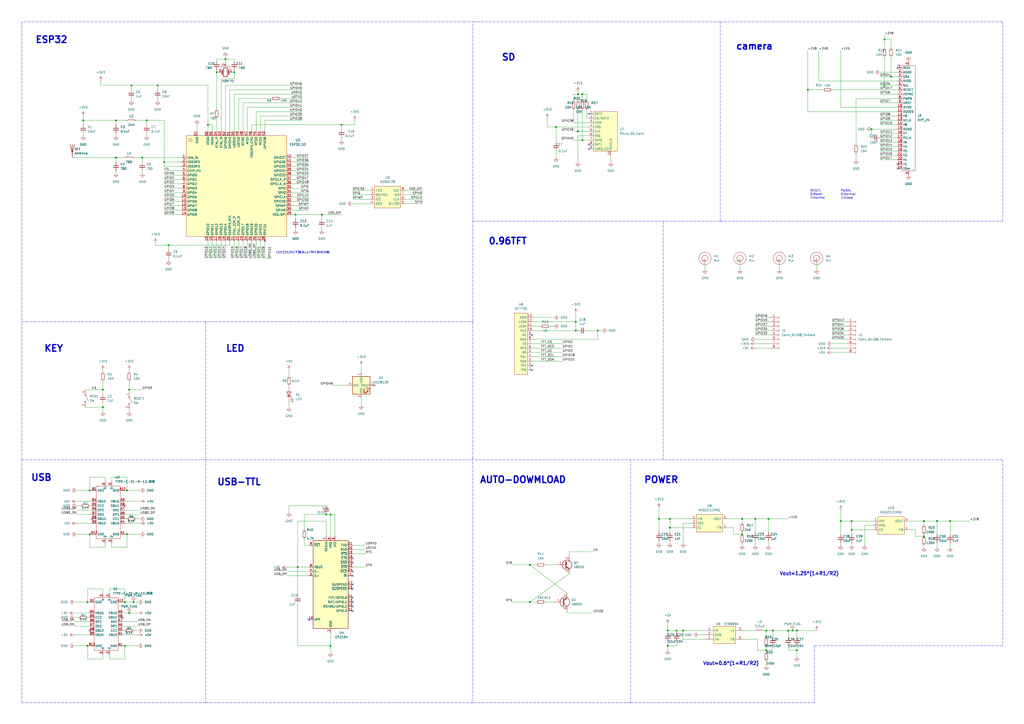
<source format=kicad_sch>
(kicad_sch (version 20211123) (generator eeschema)
  (paper "A2")
  (title_block (date "2022-07-22"))
  (lib_symbols
    (symbol "Connector:Conn_01x08_Female" (pin_names (offset 1.016) hide)
      (property "Reference" "J" (at 0 10.16 0))
      (property "Value" "Conn_01x08_Female" (at 0 -12.7 0))
      (symbol "Conn_01x08_Female_1_1"
        (pin passive line (at -5.08 7.62 0) (length 3.81) (name "Pin_1") (number "1"))
        (pin passive line (at -5.08 5.08 0) (length 3.81) (name "Pin_2") (number "2"))
        (pin passive line (at -5.08 2.54 0) (length 3.81) (name "Pin_3") (number "3"))
        (pin passive line (at -5.08 0 0) (length 3.81) (name "Pin_4") (number "4"))
        (pin passive line (at -5.08 -2.54 0) (length 3.81) (name "Pin_5") (number "5"))
        (pin passive line (at -5.08 -5.08 0) (length 3.81) (name "Pin_6") (number "6"))
        (pin passive line (at -5.08 -7.62 0) (length 3.81) (name "Pin_7") (number "7"))
        (pin passive line (at -5.08 -10.16 0) (length 3.81) (name "Pin_8") (number "8"))
      )
    )
    (symbol "Device:Antenna" (pin_numbers hide) (pin_names (offset 1.016) hide)
      (property "Reference" "AE" (at -1.905 1.905 0))
      (property "Value" "Antenna" (at -1.905 0 0))
      (symbol "Antenna_1_1"
        (pin input line (at 0 -5.08 90) (length 2.54) (name "A") (number "1"))
      )
    )
    (symbol "Device:C_Small" (pin_numbers hide) (pin_names (offset 0.254) hide)
      (property "Reference" "C" (at 0.254 1.778 0))
      (property "Value" "C_Small" (at 0.254 -2.032 0))
      (symbol "C_Small_1_1"
        (pin passive line (at 0 2.54 270) (length 2.032) (name "~") (number "1"))
        (pin passive line (at 0 -2.54 90) (length 2.032) (name "~") (number "2"))
      )
    )
    (symbol "Device:Crystal_GND2" (pin_names (offset 1.016) hide)
      (property "Reference" "Y" (at 0 5.715 0))
      (property "Value" "Crystal_GND2" (at 0 3.81 0))
      (symbol "Crystal_GND2_1_1"
        (pin passive line (at -3.81 0 0) (length 1.27) (name "1") (number "1"))
        (pin passive line (at 0 -5.08 90) (length 1.27) (name "2") (number "2"))
        (pin passive line (at 3.81 0 180) (length 1.27) (name "3") (number "3"))
      )
    )
    (symbol "Device:LED" (pin_numbers hide) (pin_names (offset 1.016) hide)
      (property "Reference" "D" (at 0 2.54 0))
      (property "Value" "LED" (at 0 -2.54 0))
      (symbol "LED_1_1"
        (pin passive line (at -3.81 0 0) (length 2.54) (name "K") (number "1"))
        (pin passive line (at 3.81 0 180) (length 2.54) (name "A") (number "2"))
      )
    )
    (symbol "Device:L_Small" (pin_numbers hide) (pin_names (offset 0.254) hide)
      (property "Reference" "L" (at 0.762 1.016 0))
      (property "Value" "L_Small" (at 0.762 -1.016 0))
      (symbol "L_Small_1_1"
        (pin passive line (at 0 2.54 270) (length 0.508) (name "~") (number "1"))
        (pin passive line (at 0 -2.54 90) (length 0.508) (name "~") (number "2"))
      )
    )
    (symbol "Device:R_Small" (pin_numbers hide) (pin_names (offset 0.254) hide)
      (property "Reference" "R" (at 0.762 0.508 0))
      (property "Value" "R_Small" (at 0.762 -1.016 0))
      (symbol "R_Small_1_1"
        (pin passive line (at 0 2.54 270) (length 0.762) (name "~") (number "1"))
        (pin passive line (at 0 -2.54 90) (length 0.762) (name "~") (number "2"))
      )
    )
    (symbol "Interface_USB:CP2104"
      (property "Reference" "U" (at -5.08 28.575 0))
      (property "Value" "CP2104" (at -5.08 26.67 0))
      (symbol "CP2104_1_1"
        (pin input line (at 12.7 5.08 180) (length 2.54) (name "~{RI}") (number "1"))
        (pin no_connect line (at 10.16 -20.32 180) (length 2.54) hide (name "NC") (number "10"))
        (pin bidirectional line (at 12.7 -15.24 180) (length 2.54) (name "GPIO.3") (number "11"))
        (pin bidirectional line (at 12.7 -12.7 180) (length 2.54) (name "RS485/GPIO.2") (number "12"))
        (pin bidirectional line (at 12.7 -10.16 180) (length 2.54) (name "RXT/GPIO.1") (number "13"))
        (pin bidirectional line (at 12.7 -7.62 180) (length 2.54) (name "TXT/GPIO.0") (number "14"))
        (pin output line (at 12.7 -2.54 180) (length 2.54) (name "~{SUSPEND}") (number "15"))
        (pin passive line (at -12.7 -20.32 0) (length 2.54) (name "VPP") (number "16"))
        (pin output line (at 12.7 0 180) (length 2.54) (name "SUSPEND") (number "17"))
        (pin input line (at 12.7 15.24 180) (length 2.54) (name "~{CTS}") (number "18"))
        (pin output line (at 12.7 17.78 180) (length 2.54) (name "~{RTS}") (number "19"))
        (pin power_in line (at 0 -27.94 90) (length 2.54) (name "GND") (number "2"))
        (pin input line (at 12.7 20.32 180) (length 2.54) (name "RXD") (number "20"))
        (pin output line (at 12.7 22.86 180) (length 2.54) (name "TXD") (number "21"))
        (pin input line (at 12.7 12.7 180) (length 2.54) (name "~{DSR}") (number "22"))
        (pin output line (at 12.7 10.16 180) (length 2.54) (name "~{DTR}") (number "23"))
        (pin input line (at 12.7 7.62 180) (length 2.54) (name "~{DCD}") (number "24"))
        (pin passive line (at 0 -27.94 90) (length 2.54) hide (name "GND") (number "25"))
        (pin bidirectional line (at -12.7 5.08 0) (length 2.54) (name "D+") (number "3"))
        (pin bidirectional line (at -12.7 7.62 0) (length 2.54) (name "D-") (number "4"))
        (pin power_in line (at 2.54 27.94 270) (length 2.54) (name "VIO") (number "5"))
        (pin power_in line (at 0 27.94 270) (length 2.54) (name "VDD") (number "6"))
        (pin power_in line (at -2.54 27.94 270) (length 2.54) (name "REGIN") (number "7"))
        (pin input line (at -12.7 10.16 0) (length 2.54) (name "VBUS") (number "8"))
        (pin bidirectional line (at -12.7 22.86 0) (length 2.54) (name "~{RST}") (number "9"))
      )
    )
    (symbol "LED:WS2812B" (pin_names (offset 0.254))
      (property "Reference" "D" (at 5.08 5.715 0))
      (property "Value" "WS2812B" (at 1.27 -5.715 0))
      (symbol "WS2812B_0_0"
        (text "RGB" (at 2.286 -4.191 0) (effects (font (size 0.762 0.762))))
      )
      (symbol "WS2812B_1_1"
        (pin power_in line (at 0 7.62 270) (length 2.54) (name "VDD") (number "1"))
        (pin output line (at 7.62 0 180) (length 2.54) (name "DOUT") (number "2"))
        (pin power_in line (at 0 -7.62 90) (length 2.54) (name "VSS") (number "3"))
        (pin input line (at -7.62 0 0) (length 2.54) (name "DIN") (number "4"))
      )
    )
    (symbol "M.n_1"
      (property "Reference" "m" (at 0 7.62 0))
      (property "Value" "M.n_1" (at -2.54 7.62 0))
      (symbol "M.n_1_1_1"
        (pin passive line (at -2.54 0 90) (length 2.54) (name "") (number "1"))
      )
    )
    (symbol "M.n_2"
      (property "Reference" "m" (at 0 7.62 0))
      (property "Value" "M.n_2" (at -2.54 7.62 0))
      (symbol "M.n_2_1_1"
        (pin passive line (at -2.54 0 90) (length 2.54) (name "") (number "1"))
      )
    )
    (symbol "M.n_3"
      (property "Reference" "m" (at 0 7.62 0))
      (property "Value" "M.n_3" (at -2.54 7.62 0))
      (symbol "M.n_3_1_1"
        (pin passive line (at -2.54 0 90) (length 2.54) (name "") (number "1"))
      )
    )
    (symbol "My_Library:Micro_SD_Card"
      (property "Reference" "U" (at 0 12.7 0))
      (property "Value" "Micro_SD_Card" (at 0 -17.78 0))
      (symbol "Micro_SD_Card_1_1"
        (pin passive line (at -8.89 10.16 0) (length 2.54) (name "DAT2") (number "1"))
        (pin passive line (at 3.81 -13.97 90) (length 2.54) (name "SHIELD") (number "10"))
        (pin passive line (at -8.89 7.62 0) (length 2.54) (name "CD/DAT3") (number "2"))
        (pin passive line (at -8.89 5.08 0) (length 2.54) (name "CMD") (number "3"))
        (pin passive line (at -8.89 2.54 0) (length 2.54) (name "VDD") (number "4"))
        (pin passive line (at -8.89 0 0) (length 2.54) (name "CLK") (number "5"))
        (pin passive line (at -8.89 -2.54 0) (length 2.54) (name "VSS") (number "6"))
        (pin passive line (at -8.89 -5.08 0) (length 2.54) (name "DAT0") (number "7"))
        (pin passive line (at -8.89 -7.62 0) (length 2.54) (name "DAT1") (number "8"))
        (pin passive line (at -8.89 -10.16 0) (length 2.54) (name "CARD_CD") (number "9"))
      )
    )
    (symbol "My_Library:S8050" (pin_names (offset 0) hide)
      (property "Reference" "Q" (at 5.08 1.905 0))
      (property "Value" "S8050" (at 5.08 0 0))
      (symbol "S8050_1_1"
        (pin input line (at -5.08 0 0) (length 5.08) (name "B") (number "1"))
        (pin passive line (at 2.54 -5.08 90) (length 2.54) (name "E") (number "2"))
        (pin passive line (at 2.54 5.08 270) (length 2.54) (name "C") (number "3"))
      )
    )
    (symbol "My_Library:ST7735"
      (property "Reference" "U" (at 0 19.05 0))
      (property "Value" "ST7735" (at 0 -22.86 0))
      (symbol "ST7735_1_1"
        (pin passive line (at -6.35 13.97 0) (length 2.54) (name "TP0") (number "1"))
        (pin passive line (at -6.35 -8.89 0) (length 2.54) (name "VCC") (number "10"))
        (pin passive line (at -6.35 -11.43 0) (length 2.54) (name "LEDK") (number "11"))
        (pin passive line (at -6.35 -13.97 0) (length 2.54) (name "LEDA") (number "12"))
        (pin passive line (at -6.35 -16.51 0) (length 2.54) (name "GND") (number "13"))
        (pin passive line (at -6.35 11.43 0) (length 2.54) (name "TP1") (number "2"))
        (pin passive line (at -6.35 8.89 0) (length 2.54) (name "SDA") (number "3"))
        (pin passive line (at -6.35 6.35 0) (length 2.54) (name "SCL") (number "4"))
        (pin passive line (at -6.35 3.81 0) (length 2.54) (name "RS") (number "5"))
        (pin passive line (at -6.35 1.27 0) (length 2.54) (name "RES") (number "6"))
        (pin passive line (at -6.35 -1.27 0) (length 2.54) (name "CS") (number "7"))
        (pin passive line (at -6.35 -3.81 0) (length 2.54) (name "GND") (number "8"))
        (pin passive line (at -6.35 -6.35 0) (length 2.54) (name "NC") (number "9"))
      )
    )
    (symbol "My_Library:SW" (pin_names hide)
      (property "Reference" "SW" (at -0.127 2.159 0))
      (property "Value" "SW" (at -0.127 -2.159 0))
      (symbol "SW_1_1"
        (pin passive line (at -5.08 0 0) (length 2.54) (name "A") (number "1"))
        (pin passive line (at 5.08 0 180) (length 2.54) (name "B") (number "2"))
      )
    )
    (symbol "My_Library:SY8089A"
      (property "Reference" "U" (at -6.35 6.35 0))
      (property "Value" "SY8089A" (at 2.54 6.35 0))
      (symbol "SY8089A_1_0"
        (pin passive line (at -11.43 -2.54 0) (length 5.08) (name "EN") (number "1"))
        (pin passive line (at -11.43 0 0) (length 5.08) (name "GND") (number "2"))
        (pin passive line (at 11.43 2.54 180) (length 5.08) (name "LX") (number "3"))
        (pin passive line (at -11.43 2.54 0) (length 5.08) (name "IN") (number "4"))
        (pin passive line (at 11.43 -2.54 180) (length 5.08) (name "FB") (number "5"))
      )
    )
    (symbol "My_Library:TYPE-C-31-M-12_母座"
      (property "Reference" "U" (at -8.89 17.78 0))
      (property "Value" "TYPE-C-31-M-12_母座" (at 1.27 -24.13 0))
      (symbol "TYPE-C-31-M-12_母座_1_1"
        (pin passive line (at -1.27 -19.05 90) (length 2.54) (name "0") (number "0"))
        (pin passive line (at -1.27 16.51 270) (length 2.54) (name "0") (number "0"))
        (pin passive line (at 2.54 -19.05 90) (length 2.54) (name "0") (number "0"))
        (pin passive line (at 2.54 16.51 270) (length 2.54) (name "0") (number "0"))
        (pin passive line (at 10.16 -13.97 180) (length 2.54) (name "GND") (number "A1"))
        (pin passive line (at 10.16 11.43 180) (length 2.54) (name "GND") (number "A12"))
        (pin passive line (at 10.16 -7.62 180) (length 2.54) (name "VBUS") (number "A4"))
        (pin passive line (at 10.16 -5.08 180) (length 2.54) (name "CC1") (number "A5"))
        (pin passive line (at 10.16 -2.54 180) (length 2.54) (name "DP1") (number "A6"))
        (pin passive line (at 10.16 0 180) (length 2.54) (name "DN1") (number "A7"))
        (pin passive line (at 10.16 2.54 180) (length 2.54) (name "SBU1") (number "A8"))
        (pin passive line (at 10.16 5.08 180) (length 2.54) (name "VBUS") (number "A9"))
        (pin passive line (at -8.89 11.43 0) (length 2.54) (name "GND") (number "B1"))
        (pin passive line (at -8.89 -13.97 0) (length 2.54) (name "GND") (number "B12"))
        (pin passive line (at -8.89 5.08 0) (length 2.54) (name "VBUS") (number "B4"))
        (pin passive line (at -8.89 2.54 0) (length 2.54) (name "CC2") (number "B5"))
        (pin passive line (at -8.89 0 0) (length 2.54) (name "DP2") (number "B6"))
        (pin passive line (at -8.89 -2.54 0) (length 2.54) (name "DN2") (number "B7"))
        (pin passive line (at -8.89 -5.08 0) (length 2.54) (name "SBU2") (number "B8"))
        (pin passive line (at -8.89 -7.62 0) (length 2.54) (name "VBUS") (number "B9"))
      )
    )
    (symbol "My_Library:W25Q128"
      (property "Reference" "U" (at -5.08 7.62 0))
      (property "Value" "W25Q128" (at -2.54 -10.16 0))
      (symbol "W25Q128_1_1"
        (pin passive line (at -10.16 2.54 0) (length 2.54) (name "/CS") (number "1"))
        (pin passive line (at -10.16 0 0) (length 2.54) (name "DO/IO1") (number "2"))
        (pin passive line (at -10.16 -2.54 0) (length 2.54) (name "IO2") (number "3"))
        (pin passive line (at -10.16 -5.08 0) (length 2.54) (name "GND") (number "4"))
        (pin passive line (at 10.16 -5.08 180) (length 2.54) (name "DI/IO0") (number "5"))
        (pin passive line (at 10.16 -2.54 180) (length 2.54) (name "CLK") (number "6"))
        (pin passive line (at 10.16 0 180) (length 2.54) (name "IO3") (number "7"))
        (pin passive line (at 10.16 2.54 180) (length 2.54) (name "VCC") (number "8"))
      )
    )
    (symbol "my_con_Library:DVP_24"
      (property "Reference" "J" (at 6.35 -3.81 0))
      (property "Value" "DVP_24" (at 10.16 0 0))
      (symbol "DVP_24_1_1"
        (pin passive line (at 0 -34.29 90) (length 2.54) (name "0") (number "0"))
        (pin passive line (at 0 31.75 270) (length 2.54) (name "0") (number "0"))
        (pin passive line (at -6.35 27.94 0) (length 2.54) (name "NC") (number "1"))
        (pin passive line (at -6.35 5.08 0) (length 2.54) (name "DVDD") (number "10"))
        (pin passive line (at -6.35 2.54 0) (length 2.54) (name "DOVDD") (number "11"))
        (pin passive line (at -6.35 0 0) (length 2.54) (name "Y9") (number "12"))
        (pin passive line (at -6.35 -2.54 0) (length 2.54) (name "XCLK") (number "13"))
        (pin passive line (at -6.35 -5.08 0) (length 2.54) (name "Y8") (number "14"))
        (pin passive line (at -6.35 -7.62 0) (length 2.54) (name "DGND") (number "15"))
        (pin passive line (at -6.35 -10.16 0) (length 2.54) (name "Y7") (number "16"))
        (pin passive line (at -6.35 -12.7 0) (length 2.54) (name "PCLK") (number "17"))
        (pin passive line (at -6.35 -15.24 0) (length 2.54) (name "Y6") (number "18"))
        (pin passive line (at -6.35 -17.78 0) (length 2.54) (name "Y2") (number "19"))
        (pin passive line (at -6.35 25.4 0) (length 2.54) (name "AGND") (number "2"))
        (pin passive line (at -6.35 -20.32 0) (length 2.54) (name "Y5") (number "20"))
        (pin passive line (at -6.35 -22.86 0) (length 2.54) (name "Y3") (number "21"))
        (pin passive line (at -6.35 -25.4 0) (length 2.54) (name "Y4") (number "22"))
        (pin passive line (at -6.35 -27.94 0) (length 2.54) (name "Y1") (number "23"))
        (pin passive line (at -6.35 -30.48 0) (length 2.54) (name "Y0") (number "24"))
        (pin passive line (at -6.35 22.86 0) (length 2.54) (name "SDA") (number "3"))
        (pin passive line (at -6.35 20.32 0) (length 2.54) (name "AVDD") (number "4"))
        (pin passive line (at -6.35 17.78 0) (length 2.54) (name "SCL") (number "5"))
        (pin passive line (at -6.35 15.24 0) (length 2.54) (name "RESET") (number "6"))
        (pin passive line (at -6.35 12.7 0) (length 2.54) (name "VSYNC") (number "7"))
        (pin passive line (at -6.35 10.16 0) (length 2.54) (name "PWDN") (number "8"))
        (pin passive line (at -6.35 7.62 0) (length 2.54) (name "HREF") (number "9"))
      )
    )
    (symbol "my_con_Library:M.n"
      (property "Reference" "m" (at 0 7.62 0))
      (property "Value" "M.n" (at -2.54 7.62 0))
      (symbol "M.n_1_1"
        (pin passive line (at -2.54 0 90) (length 2.54) (name "") (number "1"))
      )
    )
    (symbol "my_cpu_Library:ESP32_S3"
      (property "Reference" "U" (at 31.75 30.48 0))
      (property "Value" "ESP32_S3" (at 31.75 33.02 0))
      (symbol "ESP32_S3_1_1"
        (pin passive line (at -30.48 16.51 0) (length 2.54) (name "LNA_IN") (number "1"))
        (pin passive line (at -30.48 -6.35 0) (length 2.54) (name "GPIO5") (number "10"))
        (pin passive line (at -30.48 -8.89 0) (length 2.54) (name "GPIO6") (number "11"))
        (pin passive line (at -30.48 -11.43 0) (length 2.54) (name "GPIO7") (number "12"))
        (pin passive line (at -30.48 -13.97 0) (length 2.54) (name "GPIO8") (number "13"))
        (pin passive line (at -30.48 -16.51 0) (length 2.54) (name "GPIO9") (number "14"))
        (pin passive line (at -15.24 -31.75 90) (length 2.54) (name "GPIO10") (number "15"))
        (pin passive line (at -12.7 -31.75 90) (length 2.54) (name "GPIO11") (number "16"))
        (pin passive line (at -10.16 -31.75 90) (length 2.54) (name "GPIO12") (number "17"))
        (pin passive line (at -7.62 -31.75 90) (length 2.54) (name "GPIO13") (number "18"))
        (pin passive line (at -5.08 -31.75 90) (length 2.54) (name "GPIO14") (number "19"))
        (pin passive line (at -30.48 13.97 0) (length 2.54) (name "VDD3P3") (number "2"))
        (pin passive line (at -2.54 -31.75 90) (length 2.54) (name "VDD3P3_RTC") (number "20"))
        (pin passive line (at 0 -31.75 90) (length 2.54) (name "XTAL_32K_P") (number "21"))
        (pin passive line (at 2.54 -31.75 90) (length 2.54) (name "XTAL_32K_N") (number "22"))
        (pin passive line (at 5.08 -31.75 90) (length 2.54) (name "GPIO17") (number "23"))
        (pin passive line (at 7.62 -31.75 90) (length 2.54) (name "GPIO18") (number "24"))
        (pin passive line (at 10.16 -31.75 90) (length 2.54) (name "GPIO19") (number "25"))
        (pin passive line (at 12.7 -31.75 90) (length 2.54) (name "GPIO20") (number "26"))
        (pin passive line (at 15.24 -31.75 90) (length 2.54) (name "GPIO21") (number "27"))
        (pin passive line (at 17.78 -31.75 90) (length 2.54) (name "SPICS1") (number "28"))
        (pin passive line (at 33.02 -16.51 180) (length 2.54) (name "VDD_SPI") (number "29"))
        (pin passive line (at -30.48 11.43 0) (length 2.54) (name "VDD3P3") (number "3"))
        (pin passive line (at 33.02 -13.97 180) (length 2.54) (name "SPIHD") (number "30"))
        (pin passive line (at 33.02 -11.43 180) (length 2.54) (name "SPIWP") (number "31"))
        (pin passive line (at 33.02 -8.89 180) (length 2.54) (name "SPICS0") (number "32"))
        (pin passive line (at 33.02 -6.35 180) (length 2.54) (name "SPICLK") (number "33"))
        (pin passive line (at 33.02 -3.81 180) (length 2.54) (name "SPIQ") (number "34"))
        (pin passive line (at 33.02 -1.27 180) (length 2.54) (name "SPID") (number "35"))
        (pin passive line (at 33.02 1.27 180) (length 2.54) (name "SPICLK_N") (number "36"))
        (pin passive line (at 33.02 3.81 180) (length 2.54) (name "SPICLK_P") (number "37"))
        (pin passive line (at 33.02 6.35 180) (length 2.54) (name "GPIO33") (number "38"))
        (pin passive line (at 33.02 8.89 180) (length 2.54) (name "GPIO34") (number "39"))
        (pin passive line (at -30.48 8.89 0) (length 2.54) (name "CHIP_PU") (number "4"))
        (pin passive line (at 33.02 11.43 180) (length 2.54) (name "GPIO35") (number "40"))
        (pin passive line (at 33.02 13.97 180) (length 2.54) (name "GPIO36") (number "41"))
        (pin passive line (at 33.02 16.51 180) (length 2.54) (name "GPIO37") (number "42"))
        (pin passive line (at 17.78 31.75 270) (length 2.54) (name "GPIO38") (number "43"))
        (pin passive line (at 15.24 31.75 270) (length 2.54) (name "MTCK") (number "44"))
        (pin passive line (at 12.7 31.75 270) (length 2.54) (name "MTDO") (number "45"))
        (pin passive line (at 10.16 31.75 270) (length 2.54) (name "VDD3P3_CPU") (number "46"))
        (pin passive line (at 7.62 31.75 270) (length 2.54) (name "MTDI") (number "47"))
        (pin passive line (at 5.08 31.75 270) (length 2.54) (name "MTMS") (number "48"))
        (pin passive line (at 2.54 31.75 270) (length 2.54) (name "U0TXD") (number "49"))
        (pin passive line (at -30.48 6.35 0) (length 2.54) (name "GPIO0") (number "5"))
        (pin passive line (at 0 31.75 270) (length 2.54) (name "U0RXD") (number "50"))
        (pin passive line (at -2.54 31.75 270) (length 2.54) (name "GPIO45") (number "51"))
        (pin passive line (at -5.08 31.75 270) (length 2.54) (name "GPIO46") (number "52"))
        (pin passive line (at -7.62 31.75 270) (length 2.54) (name "XTAL_N") (number "53"))
        (pin passive line (at -10.16 31.75 270) (length 2.54) (name "XTAL_P") (number "54"))
        (pin passive line (at -12.7 31.75 270) (length 2.54) (name "VDDA") (number "55"))
        (pin passive line (at -15.24 31.75 270) (length 2.54) (name "VDDA") (number "56"))
        (pin passive line (at -21.59 31.75 270) (length 2.54) (name "GND") (number "57"))
        (pin passive line (at -30.48 3.81 0) (length 2.54) (name "GPIO1") (number "6"))
        (pin passive line (at -30.48 1.27 0) (length 2.54) (name "GPIO2") (number "7"))
        (pin passive line (at -30.48 -1.27 0) (length 2.54) (name "GPIO3") (number "8"))
        (pin passive line (at -30.48 -3.81 0) (length 2.54) (name "GPIO4") (number "9"))
      )
    )
    (symbol "my_power_Library:ME6221CM5G"
      (property "Reference" "U" (at 7.62 6.35 0))
      (property "Value" "ME6221CM5G" (at 0 6.35 0))
      (symbol "ME6221CM5G_1_1"
        (pin passive line (at -10.16 2.54 0) (length 2.54) (name "VIN") (number "1"))
        (pin passive line (at -10.16 0 0) (length 2.54) (name "VSS") (number "2"))
        (pin passive line (at -10.16 -2.54 0) (length 2.54) (name "CE") (number "3"))
        (pin passive line (at 10.16 -2.54 180) (length 2.54) (name "FB") (number "4"))
        (pin passive line (at 10.16 2.54 180) (length 2.54) (name "VOUT") (number "5"))
      )
    )
    (symbol "power:+3V3" (power) (pin_names (offset 0))
      (property "Value" "+3V3" (at 0 3.556 0))
      (symbol "+3V3_1_1"
        (pin power_in line (at 0 0 90) (length 0) hide (name "+3V3") (number "1"))
      )
    )
    (symbol "power:+5V" (power) (pin_names (offset 0))
      (property "Value" "+5V" (at 0 3.556 0))
      (symbol "+5V_1_1"
        (pin power_in line (at 0 0 90) (length 0) hide (name "+5V") (number "1"))
      )
    )
    (symbol "power:GND" (power) (pin_names (offset 0))
      (property "Value" "GND" (at 0 -3.81 0))
      (symbol "GND_1_1"
        (pin power_in line (at 0 0 270) (length 0) hide (name "GND") (number "1"))
      )
    )
    (symbol "power:PWR_FLAG" (power) (pin_numbers hide) (pin_names (offset 0) hide)
      (property "Value" "PWR_FLAG" (at 0 3.81 0))
      (symbol "PWR_FLAG_0_0"
        (pin power_out line (at 0 0 90) (length 0) (name "pwr") (number "1"))
      )
    )
  )
  (junction (at 388.62 300.99))
  (junction (at 430.53 309.88))
  (junction (at 462.28 377.19))
  (junction (at 191.77 374.65))
  (junction (at 172.72 328.93))
  (junction (at 74.93 226.06))
  (junction (at 346.71 191.77))
  (junction (at 543.56 302.26))
  (junction (at 444.5 377.19))
  (junction (at 77.47 349.25))
  (junction (at 513.08 22.86))
  (junction (at 551.18 302.26))
  (junction (at 130.81 34.29))
  (junction (at 462.28 365.76))
  (junction (at 494.03 302.26))
  (junction (at 74.93 355.6))
  (junction (at 444.5 365.76))
  (junction (at 52.07 309.88))
  (junction (at 396.24 365.76))
  (junction (at 468.63 52.07))
  (junction (at 459.74 365.76))
  (junction (at 52.07 284.48))
  (junction (at 186.69 124.46))
  (junction (at 72.39 349.25))
  (junction (at 494.03 307.34))
  (junction (at 535.94 311.15))
  (junction (at 334.01 191.77))
  (junction (at 334.01 186.69))
  (junction (at 388.62 306.07))
  (junction (at 430.53 300.99))
  (junction (at 59.69 226.06))
  (junction (at 448.31 365.76))
  (junction (at 171.45 124.46))
  (junction (at 198.12 72.39))
  (junction (at 457.2 365.76))
  (junction (at 48.26 69.85))
  (junction (at 67.31 91.44))
  (junction (at 322.58 73.66))
  (junction (at 97.79 142.24))
  (junction (at 337.82 54.61))
  (junction (at 82.55 91.44))
  (junction (at 91.44 49.53))
  (junction (at 335.28 54.61))
  (junction (at 191.77 298.45))
  (junction (at 85.09 69.85))
  (junction (at 513.08 49.53))
  (junction (at 76.2 49.53))
  (junction (at 307.34 349.25))
  (junction (at 120.65 72.39))
  (junction (at 337.82 81.28))
  (junction (at 95.25 93.98))
  (junction (at 487.68 302.26))
  (junction (at 50.8 349.25))
  (junction (at 67.31 69.85))
  (junction (at 516.89 44.45))
  (junction (at 392.43 365.76))
  (junction (at 189.23 298.45))
  (junction (at 387.35 365.76))
  (junction (at 335.28 76.2))
  (junction (at 382.27 300.99))
  (junction (at 535.94 302.26))
  (junction (at 387.35 374.65))
  (junction (at 307.34 327.66))
  (junction (at 72.39 374.65))
  (junction (at 73.66 284.48))
  (junction (at 50.8 374.65))
  (junction (at 59.69 236.22))
  (junction (at 438.15 300.99))
  (junction (at 73.66 309.88))
  (junction (at 135.89 41.91))
  (junction (at 125.73 41.91))
  (junction (at 445.77 300.99))
  (junction (at 505.46 74.93))
  (no_connect (at 341.63 83.82))
  (no_connect (at 341.63 86.36))
  (no_connect (at 341.63 66.04))
  (no_connect (at 217.17 223.52))
  (no_connect (at 520.7 95.25))
  (no_connect (at 520.7 97.79))
  (no_connect (at 520.7 39.37))
  (no_connect (at 204.47 354.33))
  (no_connect (at 204.47 326.39))
  (no_connect (at 204.47 341.63))
  (no_connect (at 153.67 139.7))
  (no_connect (at 72.39 293.37))
  (no_connect (at 53.34 300.99))
  (no_connect (at 204.47 349.25))
  (no_connect (at 204.47 323.85))
  (no_connect (at 204.47 351.79))
  (no_connect (at 204.47 346.71))
  (no_connect (at 52.07 365.76))
  (no_connect (at 204.47 331.47))
  (no_connect (at 71.12 358.14))
  (no_connect (at 204.47 339.09))
  (no_connect (at 179.07 359.41))
  (no_connect (at 204.47 334.01))
  (no_connect (at 308.61 212.09))
  (no_connect (at 308.61 214.63))
  (no_connect (at 308.61 194.31))
  (wire (pts (xy 63.5 341.63) (xy 63.5 344.17)))
  (polyline (pts (xy 119.38 407.67) (xy 12.7 407.67)))
  (wire (pts (xy 74.93 237.49) (xy 74.93 238.76)))
  (wire (pts (xy 543.56 302.26) (xy 543.56 309.88)))
  (wire (pts (xy 91.44 49.53) (xy 120.65 49.53)))
  (wire (pts (xy 448.31 374.65) (xy 448.31 377.19)))
  (polyline (pts (xy 274.32 407.67) (xy 119.38 407.67)))
  (wire (pts (xy 204.47 115.57) (xy 214.63 115.57)))
  (wire (pts (xy 72.39 374.65) (xy 72.39 382.27)))
  (wire (pts (xy 143.51 149.86) (xy 143.51 139.7)))
  (wire (pts (xy 438.15 300.99) (xy 438.15 308.61)))
  (wire (pts (xy 50.8 341.63) (xy 59.69 341.63)))
  (wire (pts (xy 438.15 194.31) (xy 447.04 194.31)))
  (wire (pts (xy 510.54 82.55) (xy 520.7 82.55)))
  (wire (pts (xy 510.54 72.39) (xy 520.7 72.39)))
  (wire (pts (xy 95.25 124.46) (xy 105.41 124.46)))
  (wire (pts (xy 123.19 72.39) (xy 120.65 72.39)))
  (polyline (pts (xy 119.38 186.69) (xy 119.38 266.7)))
  (wire (pts (xy 317.5 73.66) (xy 322.58 73.66)))
  (wire (pts (xy 105.41 101.6) (xy 95.25 101.6)))
  (wire (pts (xy 494.03 307.34) (xy 494.03 309.88)))
  (wire (pts (xy 44.45 293.37) (xy 46.99 293.37)))
  (wire (pts (xy 387.35 361.95) (xy 387.35 365.76)))
  (wire (pts (xy 52.07 284.48) (xy 52.07 276.86)))
  (wire (pts (xy 130.81 76.2) (xy 130.81 49.53)))
  (wire (pts (xy 52.07 309.88) (xy 52.07 317.5)))
  (wire (pts (xy 487.68 316.23) (xy 487.68 314.96)))
  (wire (pts (xy 482.6 194.31) (xy 491.49 194.31)))
  (wire (pts (xy 166.37 328.93) (xy 172.72 328.93)))
  (wire (pts (xy 204.47 321.31) (xy 212.09 321.31)))
  (wire (pts (xy 148.59 64.77) (xy 175.26 64.77)))
  (wire (pts (xy 487.68 62.23) (xy 520.7 62.23)))
  (wire (pts (xy 90.17 142.24) (xy 97.79 142.24)))
  (wire (pts (xy 72.39 382.27) (xy 63.5 382.27)))
  (wire (pts (xy 444.5 365.76) (xy 448.31 365.76)))
  (wire (pts (xy 496.57 57.15) (xy 496.57 83.82)))
  (wire (pts (xy 487.68 302.26) (xy 487.68 309.88)))
  (wire (pts (xy 506.73 304.8) (xy 501.65 304.8)))
  (wire (pts (xy 77.47 349.25) (xy 72.39 349.25)))
  (wire (pts (xy 59.69 220.98) (xy 59.69 226.06)))
  (wire (pts (xy 72.39 300.99) (xy 73.66 300.99)))
  (wire (pts (xy 439.42 377.19) (xy 439.42 370.84)))
  (wire (pts (xy 105.41 106.68) (xy 95.25 106.68)))
  (wire (pts (xy 48.26 69.85) (xy 48.26 72.39)))
  (polyline (pts (xy 581.66 374.65) (xy 472.44 374.65)))
  (wire (pts (xy 176.53 298.45) (xy 176.53 307.34)))
  (wire (pts (xy 95.25 119.38) (xy 105.41 119.38)))
  (wire (pts (xy 172.72 328.93) (xy 179.07 328.93)))
  (wire (pts (xy 421.64 306.07) (xy 425.45 306.07)))
  (wire (pts (xy 82.55 91.44) (xy 105.41 91.44)))
  (wire (pts (xy 334.01 186.69) (xy 334.01 191.77)))
  (wire (pts (xy 438.15 201.93) (xy 447.04 201.93)))
  (wire (pts (xy 120.65 72.39) (xy 120.65 49.53)))
  (wire (pts (xy 535.94 309.88) (xy 535.94 311.15)))
  (wire (pts (xy 234.95 118.11) (xy 245.11 118.11)))
  (wire (pts (xy 168.91 93.98) (xy 179.07 93.98)))
  (wire (pts (xy 153.67 76.2) (xy 153.67 69.85)))
  (wire (pts (xy 204.47 118.11) (xy 214.63 118.11)))
  (wire (pts (xy 506.73 302.26) (xy 494.03 302.26)))
  (wire (pts (xy 308.61 201.93) (xy 326.39 201.93)))
  (wire (pts (xy 430.53 314.96) (xy 430.53 316.23)))
  (wire (pts (xy 130.81 49.53) (xy 175.26 49.53)))
  (wire (pts (xy 123.19 149.86) (xy 123.19 139.7)))
  (wire (pts (xy 425.45 309.88) (xy 430.53 309.88)))
  (wire (pts (xy 167.64 236.22) (xy 167.64 232.41)))
  (wire (pts (xy 527.05 307.34) (xy 530.86 307.34)))
  (wire (pts (xy 234.95 115.57) (xy 245.11 115.57)))
  (wire (pts (xy 445.77 316.23) (xy 445.77 313.69)))
  (polyline (pts (xy 12.7 266.7) (xy 12.7 186.69)))
  (wire (pts (xy 49.53 226.06) (xy 59.69 226.06)))
  (wire (pts (xy 482.6 201.93) (xy 491.49 201.93)))
  (wire (pts (xy 59.69 214.63) (xy 59.69 215.9)))
  (polyline (pts (xy 119.38 266.7) (xy 12.7 266.7)))
  (wire (pts (xy 135.89 76.2) (xy 135.89 54.61)))
  (wire (pts (xy 204.47 110.49) (xy 214.63 110.49)))
  (polyline (pts (xy 384.81 128.27) (xy 384.81 266.7)))
  (wire (pts (xy 482.6 191.77) (xy 491.49 191.77)))
  (wire (pts (xy 135.89 45.72) (xy 128.27 45.72)))
  (wire (pts (xy 166.37 334.01) (xy 179.07 334.01)))
  (wire (pts (xy 130.81 34.29) (xy 125.73 34.29)))
  (wire (pts (xy 439.42 370.84) (xy 431.8 370.84)))
  (wire (pts (xy 530.86 307.34) (xy 530.86 311.15)))
  (wire (pts (xy 80.01 349.25) (xy 77.47 349.25)))
  (wire (pts (xy 105.41 111.76) (xy 95.25 111.76)))
  (wire (pts (xy 166.37 331.47) (xy 179.07 331.47)))
  (wire (pts (xy 332.74 71.12) (xy 341.63 71.12)))
  (polyline (pts (xy 417.83 128.27) (xy 581.66 128.27)))
  (wire (pts (xy 337.82 63.5) (xy 337.82 81.28)))
  (polyline (pts (xy 581.66 266.7) (xy 581.66 374.65)))
  (wire (pts (xy 172.72 302.26) (xy 172.72 328.93)))
  (polyline (pts (xy 365.76 407.67) (xy 273.05 407.67)))
  (wire (pts (xy 510.54 67.31) (xy 520.7 67.31)))
  (wire (pts (xy 171.45 124.46) (xy 186.69 124.46)))
  (wire (pts (xy 234.95 110.49) (xy 245.11 110.49)))
  (wire (pts (xy 346.71 196.85) (xy 346.71 191.77)))
  (wire (pts (xy 308.61 196.85) (xy 346.71 196.85)))
  (wire (pts (xy 194.31 298.45) (xy 191.77 298.45)))
  (wire (pts (xy 387.35 374.65) (xy 392.43 374.65)))
  (wire (pts (xy 340.36 54.61) (xy 337.82 54.61)))
  (wire (pts (xy 133.35 139.7) (xy 133.35 142.24)))
  (polyline (pts (xy 417.83 12.7) (xy 274.32 12.7)))
  (wire (pts (xy 204.47 113.03) (xy 214.63 113.03)))
  (wire (pts (xy 78.74 300.99) (xy 81.28 300.99)))
  (wire (pts (xy 438.15 191.77) (xy 447.04 191.77)))
  (wire (pts (xy 513.08 20.32) (xy 513.08 22.86)))
  (wire (pts (xy 535.94 316.23) (xy 535.94 317.5)))
  (wire (pts (xy 74.93 226.06) (xy 82.55 226.06)))
  (wire (pts (xy 482.6 204.47) (xy 491.49 204.47)))
  (wire (pts (xy 405.13 368.3) (xy 408.94 368.3)))
  (wire (pts (xy 335.28 53.34) (xy 335.28 54.61)))
  (wire (pts (xy 443.23 365.76) (xy 444.5 365.76)))
  (wire (pts (xy 73.66 276.86) (xy 64.77 276.86)))
  (wire (pts (xy 95.25 99.06) (xy 105.41 99.06)))
  (wire (pts (xy 431.8 365.76) (xy 438.15 365.76)))
  (wire (pts (xy 516.89 27.94) (xy 516.89 22.86)))
  (wire (pts (xy 49.53 236.22) (xy 59.69 236.22)))
  (wire (pts (xy 335.28 78.74) (xy 335.28 93.98)))
  (wire (pts (xy 171.45 133.35) (xy 171.45 132.08)))
  (wire (pts (xy 328.93 355.6) (xy 344.17 355.6)))
  (wire (pts (xy 388.62 300.99) (xy 382.27 300.99)))
  (wire (pts (xy 186.69 124.46) (xy 186.69 127)))
  (wire (pts (xy 193.04 223.52) (xy 201.93 223.52)))
  (wire (pts (xy 401.32 300.99) (xy 388.62 300.99)))
  (wire (pts (xy 71.12 349.25) (xy 72.39 349.25)))
  (wire (pts (xy 97.79 142.24) (xy 133.35 142.24)))
  (wire (pts (xy 74.93 220.98) (xy 74.93 226.06)))
  (wire (pts (xy 153.67 69.85) (xy 175.26 69.85)))
  (wire (pts (xy 337.82 81.28) (xy 341.63 81.28)))
  (wire (pts (xy 120.65 149.86) (xy 120.65 139.7)))
  (wire (pts (xy 204.47 328.93) (xy 212.09 328.93)))
  (wire (pts (xy 67.31 100.33) (xy 67.31 99.06)))
  (wire (pts (xy 168.91 99.06) (xy 179.07 99.06)))
  (wire (pts (xy 186.69 124.46) (xy 198.12 124.46)))
  (wire (pts (xy 205.74 72.39) (xy 198.12 72.39)))
  (wire (pts (xy 452.12 156.21) (xy 452.12 152.4)))
  (wire (pts (xy 59.69 382.27) (xy 59.69 379.73)))
  (wire (pts (xy 307.34 327.66) (xy 328.93 344.17)))
  (wire (pts (xy 330.2 320.04) (xy 344.17 320.04)))
  (wire (pts (xy 71.12 355.6) (xy 74.93 355.6)))
  (wire (pts (xy 341.63 78.74) (xy 335.28 78.74)))
  (wire (pts (xy 95.25 93.98) (xy 105.41 93.98)))
  (wire (pts (xy 513.08 33.02) (xy 513.08 49.53)))
  (wire (pts (xy 191.77 374.65) (xy 191.77 378.46)))
  (wire (pts (xy 308.61 207.01) (xy 326.39 207.01)))
  (wire (pts (xy 48.26 78.74) (xy 48.26 77.47)))
  (wire (pts (xy 91.44 49.53) (xy 91.44 52.07)))
  (wire (pts (xy 172.72 350.52) (xy 172.72 374.65)))
  (wire (pts (xy 153.67 149.86) (xy 157.48 149.86)))
  (wire (pts (xy 506.73 307.34) (xy 494.03 307.34)))
  (wire (pts (xy 52.07 309.88) (xy 53.34 309.88)))
  (wire (pts (xy 52.07 276.86) (xy 60.96 276.86)))
  (polyline (pts (xy 269.24 12.7) (xy 12.7 12.7)))
  (wire (pts (xy 551.18 302.26) (xy 551.18 309.88)))
  (wire (pts (xy 176.53 298.45) (xy 189.23 298.45)))
  (wire (pts (xy 168.91 119.38) (xy 179.07 119.38)))
  (wire (pts (xy 130.81 149.86) (xy 130.81 139.7)))
  (wire (pts (xy 59.69 341.63) (xy 59.69 344.17)))
  (wire (pts (xy 44.45 309.88) (xy 52.07 309.88)))
  (wire (pts (xy 151.13 149.86) (xy 151.13 139.7)))
  (wire (pts (xy 50.8 382.27) (xy 59.69 382.27)))
  (wire (pts (xy 125.73 149.86) (xy 125.73 139.7)))
  (wire (pts (xy 382.27 300.99) (xy 382.27 308.61)))
  (wire (pts (xy 162.56 57.15) (xy 175.26 57.15)))
  (wire (pts (xy 76.2 49.53) (xy 91.44 49.53)))
  (wire (pts (xy 135.89 41.91) (xy 135.89 45.72)))
  (wire (pts (xy 551.18 302.26) (xy 562.61 302.26)))
  (wire (pts (xy 151.13 67.31) (xy 175.26 67.31)))
  (polyline (pts (xy 12.7 407.67) (xy 12.7 266.7)))
  (wire (pts (xy 474.98 46.99) (xy 520.7 46.99)))
  (wire (pts (xy 317.5 73.66) (xy 317.5 68.58)))
  (polyline (pts (xy 12.7 12.7) (xy 12.7 186.69)))
  (wire (pts (xy 72.39 303.53) (xy 81.28 303.53)))
  (wire (pts (xy 120.65 72.39) (xy 120.65 76.2)))
  (wire (pts (xy 85.09 69.85) (xy 85.09 72.39)))
  (wire (pts (xy 128.27 45.72) (xy 128.27 76.2)))
  (wire (pts (xy 462.28 374.65) (xy 462.28 377.19)))
  (wire (pts (xy 140.97 149.86) (xy 140.97 139.7)))
  (wire (pts (xy 189.23 298.45) (xy 191.77 298.45)))
  (wire (pts (xy 396.24 370.84) (xy 396.24 365.76)))
  (wire (pts (xy 209.55 212.09) (xy 209.55 215.9)))
  (polyline (pts (xy 274.32 266.7) (xy 119.38 266.7)))
  (wire (pts (xy 146.05 149.86) (xy 146.05 139.7)))
  (wire (pts (xy 125.73 76.2) (xy 125.73 68.58)))
  (wire (pts (xy 473.71 156.21) (xy 473.71 152.4)))
  (wire (pts (xy 95.25 96.52) (xy 95.25 93.98)))
  (wire (pts (xy 44.45 284.48) (xy 52.07 284.48)))
  (wire (pts (xy 510.54 41.91) (xy 520.7 41.91)))
  (wire (pts (xy 482.6 189.23) (xy 491.49 189.23)))
  (wire (pts (xy 72.39 298.45) (xy 81.28 298.45)))
  (wire (pts (xy 510.54 44.45) (xy 516.89 44.45)))
  (wire (pts (xy 551.18 317.5) (xy 551.18 314.96)))
  (wire (pts (xy 67.31 69.85) (xy 67.31 72.39)))
  (wire (pts (xy 168.91 114.3) (xy 179.07 114.3)))
  (wire (pts (xy 168.91 121.92) (xy 179.07 121.92)))
  (wire (pts (xy 135.89 54.61) (xy 175.26 54.61)))
  (wire (pts (xy 421.64 300.99) (xy 430.53 300.99)))
  (wire (pts (xy 510.54 49.53) (xy 513.08 49.53)))
  (wire (pts (xy 448.31 365.76) (xy 448.31 369.57)))
  (wire (pts (xy 138.43 57.15) (xy 157.48 57.15)))
  (wire (pts (xy 198.12 81.28) (xy 198.12 80.01)))
  (wire (pts (xy 95.25 114.3) (xy 105.41 114.3)))
  (wire (pts (xy 168.91 111.76) (xy 179.07 111.76)))
  (wire (pts (xy 143.51 76.2) (xy 143.51 62.23)))
  (wire (pts (xy 95.25 69.85) (xy 85.09 69.85)))
  (wire (pts (xy 151.13 76.2) (xy 151.13 67.31)))
  (wire (pts (xy 90.17 140.97) (xy 90.17 142.24)))
  (wire (pts (xy 168.91 101.6) (xy 179.07 101.6)))
  (wire (pts (xy 43.18 355.6) (xy 52.07 355.6)))
  (wire (pts (xy 510.54 87.63) (xy 520.7 87.63)))
  (wire (pts (xy 172.72 328.93) (xy 172.72 345.44)))
  (wire (pts (xy 334.01 191.77) (xy 335.28 191.77)))
  (wire (pts (xy 530.86 311.15) (xy 535.94 311.15)))
  (wire (pts (xy 153.67 149.86) (xy 153.67 139.7)))
  (wire (pts (xy 67.31 91.44) (xy 72.39 91.44)))
  (wire (pts (xy 510.54 92.71) (xy 520.7 92.71)))
  (wire (pts (xy 67.31 91.44) (xy 67.31 93.98)))
  (wire (pts (xy 505.46 74.93) (xy 520.7 74.93)))
  (wire (pts (xy 97.79 151.13) (xy 97.79 149.86)))
  (wire (pts (xy 81.28 309.88) (xy 73.66 309.88)))
  (wire (pts (xy 307.34 349.25) (xy 311.15 349.25)))
  (wire (pts (xy 388.62 306.07) (xy 388.62 300.99)))
  (wire (pts (xy 335.28 76.2) (xy 341.63 76.2)))
  (wire (pts (xy 72.39 295.91) (xy 81.28 295.91)))
  (wire (pts (xy 468.63 52.07) (xy 477.52 52.07)))
  (wire (pts (xy 513.08 49.53) (xy 520.7 49.53)))
  (wire (pts (xy 482.6 199.39) (xy 491.49 199.39)))
  (wire (pts (xy 444.5 377.19) (xy 439.42 377.19)))
  (wire (pts (xy 482.6 196.85) (xy 491.49 196.85)))
  (wire (pts (xy 59.69 233.68) (xy 59.69 236.22)))
  (wire (pts (xy 396.24 370.84) (xy 408.94 370.84)))
  (wire (pts (xy 308.61 209.55) (xy 326.39 209.55)))
  (wire (pts (xy 50.8 374.65) (xy 50.8 382.27)))
  (wire (pts (xy 41.91 91.44) (xy 67.31 91.44)))
  (wire (pts (xy 71.12 374.65) (xy 72.39 374.65)))
  (wire (pts (xy 328.93 354.33) (xy 328.93 355.6)))
  (wire (pts (xy 71.12 363.22) (xy 80.01 363.22)))
  (wire (pts (xy 72.39 341.63) (xy 63.5 341.63)))
  (wire (pts (xy 74.93 355.6) (xy 80.01 355.6)))
  (wire (pts (xy 332.74 81.28) (xy 337.82 81.28)))
  (wire (pts (xy 43.18 349.25) (xy 50.8 349.25)))
  (wire (pts (xy 457.2 377.19) (xy 462.28 377.19)))
  (wire (pts (xy 135.89 41.91) (xy 134.62 41.91)))
  (wire (pts (xy 125.73 41.91) (xy 127 41.91)))
  (wire (pts (xy 510.54 59.69) (xy 520.7 59.69)))
  (wire (pts (xy 77.47 91.44) (xy 82.55 91.44)))
  (wire (pts (xy 474.98 29.21) (xy 474.98 46.99)))
  (wire (pts (xy 91.44 58.42) (xy 91.44 57.15)))
  (wire (pts (xy 167.64 293.37) (xy 189.23 293.37)))
  (polyline (pts (xy 274.32 128.27) (xy 417.83 128.27)))
  (wire (pts (xy 234.95 113.03) (xy 245.11 113.03)))
  (wire (pts (xy 73.66 284.48) (xy 73.66 276.86)))
  (wire (pts (xy 168.91 106.68) (xy 179.07 106.68)))
  (wire (pts (xy 167.64 223.52) (xy 167.64 224.79)))
  (wire (pts (xy 316.23 349.25) (xy 321.31 349.25)))
  (wire (pts (xy 78.74 69.85) (xy 85.09 69.85)))
  (wire (pts (xy 332.74 76.2) (xy 335.28 76.2)))
  (wire (pts (xy 189.23 302.26) (xy 172.72 302.26)))
  (wire (pts (xy 72.39 309.88) (xy 73.66 309.88)))
  (wire (pts (xy 105.41 96.52) (xy 95.25 96.52)))
  (wire (pts (xy 168.91 104.14) (xy 179.07 104.14)))
  (wire (pts (xy 209.55 234.95) (xy 209.55 231.14)))
  (wire (pts (xy 349.25 191.77) (xy 346.71 191.77)))
  (wire (pts (xy 448.31 377.19) (xy 444.5 377.19)))
  (polyline (pts (xy 275.59 266.7) (xy 581.66 266.7)))
  (wire (pts (xy 401.32 303.53) (xy 396.24 303.53)))
  (wire (pts (xy 95.25 104.14) (xy 105.41 104.14)))
  (polyline (pts (xy 581.66 12.7) (xy 417.83 12.7)))
  (wire (pts (xy 189.23 311.15) (xy 189.23 302.26)))
  (wire (pts (xy 487.68 29.21) (xy 487.68 62.23)))
  (wire (pts (xy 322.58 73.66) (xy 341.63 73.66)))
  (wire (pts (xy 130.81 34.29) (xy 135.89 34.29)))
  (wire (pts (xy 52.07 317.5) (xy 60.96 317.5)))
  (wire (pts (xy 392.43 372.11) (xy 392.43 374.65)))
  (wire (pts (xy 462.28 365.76) (xy 462.28 369.57)))
  (wire (pts (xy 123.19 76.2) (xy 123.19 72.39)))
  (wire (pts (xy 334.01 181.61) (xy 334.01 186.69)))
  (wire (pts (xy 482.6 186.69) (xy 491.49 186.69)))
  (wire (pts (xy 146.05 72.39) (xy 146.05 76.2)))
  (wire (pts (xy 513.08 22.86) (xy 513.08 27.94)))
  (wire (pts (xy 510.54 77.47) (xy 520.7 77.47)))
  (wire (pts (xy 130.81 33.02) (xy 130.81 34.29)))
  (wire (pts (xy 43.18 358.14) (xy 45.72 358.14)))
  (wire (pts (xy 168.91 91.44) (xy 179.07 91.44)))
  (wire (pts (xy 340.36 58.42) (xy 340.36 54.61)))
  (wire (pts (xy 322.58 73.66) (xy 322.58 82.55)))
  (wire (pts (xy 58.42 46.99) (xy 58.42 49.53)))
  (wire (pts (xy 438.15 189.23) (xy 447.04 189.23)))
  (wire (pts (xy 430.53 300.99) (xy 430.53 303.53)))
  (wire (pts (xy 388.62 314.96) (xy 388.62 313.69)))
  (wire (pts (xy 321.31 189.23) (xy 318.77 189.23)))
  (wire (pts (xy 82.55 100.33) (xy 82.55 99.06)))
  (wire (pts (xy 50.8 374.65) (xy 52.07 374.65)))
  (wire (pts (xy 125.73 34.29) (xy 125.73 35.56)))
  (wire (pts (xy 146.05 72.39) (xy 198.12 72.39)))
  (wire (pts (xy 125.73 40.64) (xy 125.73 41.91)))
  (wire (pts (xy 114.3 72.39) (xy 114.3 76.2)))
  (wire (pts (xy 382.27 294.64) (xy 382.27 300.99)))
  (wire (pts (xy 468.63 64.77) (xy 520.7 64.77)))
  (wire (pts (xy 81.28 284.48) (xy 73.66 284.48)))
  (wire (pts (xy 516.89 33.02) (xy 516.89 44.45)))
  (wire (pts (xy 334.01 191.77) (xy 308.61 191.77)))
  (wire (pts (xy 322.58 87.63) (xy 322.58 91.44)))
  (wire (pts (xy 387.35 377.19) (xy 387.35 374.65)))
  (wire (pts (xy 44.45 298.45) (xy 53.34 298.45)))
  (wire (pts (xy 64.77 317.5) (xy 64.77 314.96)))
  (wire (pts (xy 510.54 69.85) (xy 520.7 69.85)))
  (wire (pts (xy 438.15 196.85) (xy 447.04 196.85)))
  (wire (pts (xy 50.8 358.14) (xy 52.07 358.14)))
  (wire (pts (xy 125.73 41.91) (xy 125.73 63.5)))
  (wire (pts (xy 176.53 316.23) (xy 179.07 316.23)))
  (wire (pts (xy 396.24 303.53) (xy 396.24 314.96)))
  (wire (pts (xy 510.54 80.01) (xy 520.7 80.01)))
  (wire (pts (xy 130.81 34.29) (xy 130.81 36.83)))
  (wire (pts (xy 501.65 304.8) (xy 501.65 316.23)))
  (wire (pts (xy 392.43 367.03) (xy 392.43 365.76)))
  (wire (pts (xy 297.18 327.66) (xy 307.34 327.66)))
  (wire (pts (xy 335.28 63.5) (xy 335.28 76.2)))
  (wire (pts (xy 186.69 133.35) (xy 186.69 132.08)))
  (wire (pts (xy 80.01 374.65) (xy 72.39 374.65)))
  (wire (pts (xy 527.05 302.26) (xy 535.94 302.26)))
  (wire (pts (xy 543.56 302.26) (xy 551.18 302.26)))
  (wire (pts (xy 167.64 214.63) (xy 167.64 218.44)))
  (wire (pts (xy 316.23 327.66) (xy 322.58 327.66)))
  (wire (pts (xy 140.97 76.2) (xy 140.97 59.69)))
  (wire (pts (xy 308.61 204.47) (xy 326.39 204.47)))
  (wire (pts (xy 72.39 284.48) (xy 73.66 284.48)))
  (wire (pts (xy 510.54 85.09) (xy 520.7 85.09)))
  (wire (pts (xy 97.79 142.24) (xy 97.79 144.78)))
  (wire (pts (xy 71.12 365.76) (xy 72.39 365.76)))
  (wire (pts (xy 50.8 349.25) (xy 52.07 349.25)))
  (wire (pts (xy 332.74 54.61) (xy 335.28 54.61)))
  (wire (pts (xy 496.57 88.9) (xy 496.57 92.71)))
  (wire (pts (xy 459.74 365.76) (xy 462.28 365.76)))
  (polyline (pts (xy 119.38 266.7) (xy 119.38 407.67)))
  (wire (pts (xy 297.18 349.25) (xy 307.34 349.25)))
  (wire (pts (xy 191.77 311.15) (xy 191.77 298.45)))
  (wire (pts (xy 332.74 54.61) (xy 332.74 58.42)))
  (wire (pts (xy 505.46 80.01) (xy 505.46 74.93)))
  (wire (pts (xy 148.59 149.86) (xy 148.59 139.7)))
  (wire (pts (xy 430.53 308.61) (xy 430.53 309.88)))
  (wire (pts (xy 445.77 300.99) (xy 457.2 300.99)))
  (wire (pts (xy 462.28 381) (xy 462.28 377.19)))
  (wire (pts (xy 462.28 365.76) (xy 473.71 365.76)))
  (wire (pts (xy 401.32 306.07) (xy 388.62 306.07)))
  (wire (pts (xy 128.27 149.86) (xy 128.27 139.7)))
  (polyline (pts (xy 472.44 407.67) (xy 365.76 407.67)))
  (wire (pts (xy 58.42 49.53) (xy 76.2 49.53)))
  (wire (pts (xy 48.26 69.85) (xy 48.26 67.31)))
  (wire (pts (xy 74.93 214.63) (xy 74.93 215.9)))
  (wire (pts (xy 496.57 57.15) (xy 520.7 57.15)))
  (wire (pts (xy 337.82 54.61) (xy 337.82 58.42)))
  (polyline (pts (xy 269.24 12.7) (xy 274.32 12.7)))
  (wire (pts (xy 198.12 72.39) (xy 198.12 74.93)))
  (wire (pts (xy 43.18 368.3) (xy 52.07 368.3)))
  (wire (pts (xy 50.8 349.25) (xy 50.8 341.63)))
  (wire (pts (xy 332.74 63.5) (xy 332.74 71.12)))
  (wire (pts (xy 445.77 300.99) (xy 445.77 308.61)))
  (polyline (pts (xy 472.44 374.65) (xy 472.44 407.67)))
  (wire (pts (xy 63.5 382.27) (xy 63.5 379.73)))
  (wire (pts (xy 168.91 109.22) (xy 179.07 109.22)))
  (wire (pts (xy 76.2 49.53) (xy 76.2 52.07)))
  (wire (pts (xy 73.66 309.88) (xy 73.66 317.5)))
  (wire (pts (xy 494.03 316.23) (xy 494.03 314.96)))
  (wire (pts (xy 392.43 365.76) (xy 396.24 365.76)))
  (wire (pts (xy 105.41 116.84) (xy 95.25 116.84)))
  (wire (pts (xy 429.26 156.21) (xy 429.26 152.4)))
  (wire (pts (xy 60.96 276.86) (xy 60.96 279.4)))
  (wire (pts (xy 67.31 69.85) (xy 73.66 69.85)))
  (wire (pts (xy 204.47 316.23) (xy 212.09 316.23)))
  (wire (pts (xy 482.6 52.07) (xy 520.7 52.07)))
  (wire (pts (xy 308.61 199.39) (xy 326.39 199.39)))
  (wire (pts (xy 67.31 78.74) (xy 67.31 77.47)))
  (polyline (pts (xy 274.32 186.69) (xy 274.32 12.7)))
  (wire (pts (xy 171.45 124.46) (xy 171.45 127)))
  (wire (pts (xy 59.69 226.06) (xy 59.69 228.6)))
  (wire (pts (xy 43.18 363.22) (xy 52.07 363.22)))
  (wire (pts (xy 95.25 93.98) (xy 95.25 69.85)))
  (wire (pts (xy 425.45 306.07) (xy 425.45 309.88)))
  (wire (pts (xy 468.63 29.21) (xy 468.63 52.07)))
  (wire (pts (xy 133.35 52.07) (xy 175.26 52.07)))
  (wire (pts (xy 168.91 96.52) (xy 179.07 96.52)))
  (wire (pts (xy 133.35 76.2) (xy 133.35 52.07)))
  (wire (pts (xy 77.47 365.76) (xy 80.01 365.76)))
  (wire (pts (xy 340.36 68.58) (xy 341.63 68.58)))
  (wire (pts (xy 135.89 40.64) (xy 135.89 41.91)))
  (wire (pts (xy 95.25 109.22) (xy 105.41 109.22)))
  (wire (pts (xy 148.59 76.2) (xy 148.59 64.77)))
  (polyline (pts (xy 274.32 186.69) (xy 274.32 266.7)))
  (wire (pts (xy 60.96 317.5) (xy 60.96 314.96)))
  (wire (pts (xy 387.35 367.03) (xy 387.35 365.76)))
  (wire (pts (xy 194.31 311.15) (xy 194.31 298.45)))
  (wire (pts (xy 330.2 322.58) (xy 330.2 320.04)))
  (wire (pts (xy 444.5 377.19) (xy 444.5 378.46)))
  (wire (pts (xy 516.89 44.45) (xy 520.7 44.45)))
  (wire (pts (xy 438.15 300.99) (xy 445.77 300.99)))
  (wire (pts (xy 535.94 302.26) (xy 543.56 302.26)))
  (wire (pts (xy 72.39 349.25) (xy 72.39 341.63)))
  (polyline (pts (xy 417.83 128.27) (xy 417.83 12.7)))
  (wire (pts (xy 205.74 69.85) (xy 205.74 72.39)))
  (polyline (pts (xy 581.66 128.27) (xy 581.66 12.7)))
  (wire (pts (xy 76.2 58.42) (xy 76.2 57.15)))
  (wire (pts (xy 44.45 303.53) (xy 53.34 303.53)))
  (wire (pts (xy 387.35 372.11) (xy 387.35 374.65)))
  (wire (pts (xy 335.28 54.61) (xy 337.82 54.61)))
  (wire (pts (xy 52.07 293.37) (xy 53.34 293.37)))
  (wire (pts (xy 59.69 236.22) (xy 59.69 238.76)))
  (wire (pts (xy 494.03 307.34) (xy 494.03 302.26)))
  (polyline (pts (xy 365.76 266.7) (xy 365.76 407.67)))
  (wire (pts (xy 535.94 302.26) (xy 535.94 304.8)))
  (wire (pts (xy 457.2 374.65) (xy 457.2 377.19)))
  (wire (pts (xy 438.15 199.39) (xy 447.04 199.39)))
  (wire (pts (xy 543.56 317.5) (xy 543.56 314.96)))
  (wire (pts (xy 387.35 365.76) (xy 392.43 365.76)))
  (wire (pts (xy 321.31 184.15) (xy 308.61 184.15)))
  (wire (pts (xy 354.33 90.17) (xy 354.33 93.98)))
  (wire (pts (xy 204.47 318.77) (xy 212.09 318.77)))
  (wire (pts (xy 487.68 295.91) (xy 487.68 302.26)))
  (wire (pts (xy 105.41 121.92) (xy 95.25 121.92)))
  (wire (pts (xy 71.12 360.68) (xy 80.01 360.68)))
  (wire (pts (xy 457.2 365.76) (xy 459.74 365.76)))
  (wire (pts (xy 85.09 78.74) (xy 85.09 77.47)))
  (wire (pts (xy 135.89 149.86) (xy 135.89 139.7)))
  (wire (pts (xy 48.26 69.85) (xy 67.31 69.85)))
  (wire (pts (xy 335.28 54.61) (xy 335.28 58.42)))
  (wire (pts (xy 74.93 227.33) (xy 74.93 226.06)))
  (wire (pts (xy 307.34 327.66) (xy 311.15 327.66)))
  (wire (pts (xy 340.36 191.77) (xy 346.71 191.77)))
  (wire (pts (xy 168.91 116.84) (xy 179.07 116.84)))
  (wire (pts (xy 140.97 59.69) (xy 175.26 59.69)))
  (wire (pts (xy 444.5 386.08) (xy 444.5 383.54)))
  (wire (pts (xy 52.07 284.48) (xy 53.34 284.48)))
  (wire (pts (xy 510.54 90.17) (xy 520.7 90.17)))
  (wire (pts (xy 176.53 312.42) (xy 176.53 316.23)))
  (wire (pts (xy 340.36 63.5) (xy 340.36 68.58)))
  (wire (pts (xy 138.43 76.2) (xy 138.43 57.15)))
  (wire (pts (xy 444.5 374.65) (xy 444.5 377.19)))
  (wire (pts (xy 438.15 186.69) (xy 447.04 186.69)))
  (wire (pts (xy 430.53 300.99) (xy 438.15 300.99)))
  (wire (pts (xy 43.18 360.68) (xy 52.07 360.68)))
  (wire (pts (xy 135.89 34.29) (xy 135.89 35.56)))
  (wire (pts (xy 307.34 349.25) (xy 330.2 332.74)))
  (wire (pts (xy 444.5 365.76) (xy 444.5 369.57)))
  (wire (pts (xy 448.31 365.76) (xy 457.2 365.76)))
  (wire (pts (xy 44.45 295.91) (xy 53.34 295.91)))
  (wire (pts (xy 172.72 374.65) (xy 191.77 374.65)))
  (wire (pts (xy 382.27 314.96) (xy 382.27 313.69)))
  (polyline (pts (xy 12.7 186.69) (xy 274.32 186.69)))
  (wire (pts (xy 457.2 365.76) (xy 457.2 369.57)))
  (wire (pts (xy 308.61 186.69) (xy 334.01 186.69)))
  (wire (pts (xy 516.89 22.86) (xy 513.08 22.86)))
  (wire (pts (xy 388.62 306.07) (xy 388.62 308.61)))
  (wire (pts (xy 494.03 302.26) (xy 487.68 302.26)))
  (wire (pts (xy 143.51 62.23) (xy 175.26 62.23)))
  (wire (pts (xy 138.43 149.86) (xy 138.43 139.7)))
  (wire (pts (xy 167.64 293.37) (xy 167.64 297.18)))
  (wire (pts (xy 44.45 290.83) (xy 53.34 290.83)))
  (wire (pts (xy 64.77 276.86) (xy 64.77 279.4)))
  (wire (pts (xy 168.91 124.46) (xy 171.45 124.46)))
  (wire (pts (xy 408.94 156.21) (xy 408.94 152.4)))
  (wire (pts (xy 438.15 184.15) (xy 447.04 184.15)))
  (wire (pts (xy 510.54 54.61) (xy 520.7 54.61)))
  (wire (pts (xy 468.63 52.07) (xy 468.63 64.77)))
  (wire (pts (xy 43.18 374.65) (xy 50.8 374.65)))
  (wire (pts (xy 313.69 189.23) (xy 308.61 189.23)))
  (wire (pts (xy 71.12 368.3) (xy 80.01 368.3)))
  (wire (pts (xy 396.24 365.76) (xy 408.94 365.76)))
  (polyline (pts (xy 274.32 265.43) (xy 274.32 407.67)))
  (wire (pts (xy 82.55 91.44) (xy 82.55 93.98)))
  (wire (pts (xy 73.66 317.5) (xy 64.77 317.5)))
  (wire (pts (xy 191.77 367.03) (xy 191.77 374.65)))
  (wire (pts (xy 438.15 316.23) (xy 438.15 313.69)))
  (wire (pts (xy 72.39 290.83) (xy 81.28 290.83)))
  (text "0.96TFT" (at 283.21 142.24 180) (effects (font (size 3.81 3.81) (thickness 0.762) bold) (justify left bottom)))
  (text "AUTO-DOWMLOAD" (at 278.13 280.67 0) (effects (font (size 3.81 3.81) bold) (justify left bottom)))
  (text "USB-TTL" (at 125.73 281.94 0) (effects (font (size 3.81 3.81) bold) (justify left bottom)))
  (text "ESP32" (at 20.32 25.4 0) (effects (font (size 3.81 3.81) (thickness 0.762) bold) (justify left bottom)))
  (text "SD" (at 290.83 35.56 0) (effects (font (size 3.81 3.81) (thickness 0.762) bold) (justify left bottom)))
  (text "camera" (at 426.72 29.21 0) (effects (font (size 3.81 3.81) bold) (justify left bottom)))
  (text "USB" (at 17.78 279.4 0) (effects (font (size 3.81 3.81) bold) (justify left bottom)))
  (text "RESET:\n0:Reset\n1:Normal" (at 469.9 115.57 0) (effects (font (size 1.27 1.27)) (justify left bottom)))
  (text "LED" (at 130.81 204.47 0) (effects (font (size 3.81 3.81) bold) (justify left bottom)))
  (text "ESP32­S3R2不建议cs1用于其他功能\n" (at 160.02 147.32 0) (effects (font (size 1.27 1.27)) (justify left bottom)))
  (text "KEY" (at 25.4 204.47 0) (effects (font (size 3.81 3.81) bold) (justify left bottom)))
  (text "POWER" (at 373.38 280.67 0) (effects (font (size 3.81 3.81) bold) (justify left bottom)))
  (text "Vout=0.6*(1+R1/R2)" (at 407.67 386.08 0) (effects (font (size 2 2) (thickness 0.4) bold) (justify left bottom)))
  (text "PWDN:\n0:Normal\n1:Sleep\n" (at 487.68 115.57 0) (effects (font (size 1.27 1.27)) (justify left bottom)))
  (text "Vout=1.25*(1+R1/R2)" (at 452.12 334.01 0) (effects (font (size 2 2) (thickness 0.4) bold) (justify left bottom)))
  (label "GPIO46" (at 175.26 49.53 180))
  (label "GPIO46" (at 438.15 184.15 0))
  (label "GPIO18" (at 326.39 207.01 0))
  (label "GPIO45" (at 175.26 52.07 180))
  (label "+2V8" (at 474.98 29.21 0))
  (label "GPIO18" (at 143.51 149.86 90))
  (label "GPIO26" (at 153.67 149.86 90))
  (label "USB_DP" (at 166.37 334.01 180))
  (label "SPID" (at 179.07 109.22 180))
  (label "TFT_RES" (at 313.69 201.93 0))
  (label "GPIO14" (at 510.54 85.09 0))
  (label "GPIO5" (at 510.54 49.53 0))
  (label "GPIO15" (at 135.89 149.86 90))
  (label "GPIO38" (at 332.74 71.12 180))
  (label "+1V5" (at 487.68 29.21 0))
  (label "USB_DN" (at 43.18 363.22 180))
  (label "+2V8" (at 562.61 302.26 0))
  (label "GPIO6" (at 510.54 54.61 0))
  (label "+1V5" (at 457.2 300.99 0))
  (label "DTR" (at 297.18 327.66 180))
  (label "DTR" (at 212.09 328.93 0))
  (label "GPIO47" (at 179.07 104.14 180))
  (label "USB_DN" (at 80.01 360.68 0))
  (label "USB_DN" (at 166.37 331.47 180))
  (label "GPIO0" (at 344.17 355.6 0))
  (label "GPIO48" (at 193.04 223.52 180))
  (label "VDD_SPI" (at 198.12 124.46 180))
  (label "GPIO37" (at 438.15 189.23 0))
  (label "SPICLK" (at 179.07 114.3 180))
  (label "SPICLK" (at 245.11 115.57 180))
  (label "GPIO39" (at 175.26 67.31 180))
  (label "GPIO4" (at 510.54 44.45 0))
  (label "GPIO34" (at 179.07 99.06 180))
  (label "USB0_DN" (at 81.28 295.91 0))
  (label "+2V8" (at 513.08 20.32 0))
  (label "USB0_DP" (at 44.45 295.91 180))
  (label "U0RXD" (at 175.26 54.61 180))
  (label "SPIQ" (at 179.07 111.76 180))
  (label "GPIO9" (at 95.25 124.46 0))
  (label "GPIO11" (at 510.54 77.47 0))
  (label "VDD_SPI" (at 245.11 110.49 180))
  (label "GPIO39" (at 332.74 76.2 180))
  (label "GPIO1" (at 326.39 201.93 0))
  (label "GPIO36" (at 482.6 191.77 0))
  (label "GPIO5" (at 95.25 114.3 0))
  (label "GPIO21" (at 151.13 149.86 90))
  (label "GPIO13" (at 510.54 82.55 0))
  (label "GPIO26" (at 482.6 196.85 0))
  (label "SPIHD" (at 179.07 121.92 180))
  (label "GPIO2" (at 95.25 106.68 0))
  (label "TFT_CS" (at 313.69 199.39 0))
  (label "GPIO7" (at 95.25 119.38 0))
  (label "TFT_SDA" (at 313.69 209.55 0))
  (label "USB_DP" (at 80.01 363.22 0))
  (label "GPIO1" (at 95.25 104.14 0))
  (label "GPIO6" (at 95.25 116.84 0))
  (label "TFT_SCL" (at 313.69 207.01 0))
  (label "GPIO40" (at 332.74 81.28 180))
  (label "SPIWP" (at 179.07 119.38 180))
  (label "U0RXD" (at 212.09 316.23 0))
  (label "GPIO0" (at 82.55 226.06 0))
  (label "SPIHD" (at 245.11 113.03 180))
  (label "SPICS0" (at 204.47 110.49 0))
  (label "SPICS1" (at 157.48 149.86 90))
  (label "GPIO0" (at 95.25 101.6 0))
  (label "GPIO4" (at 95.25 111.76 0))
  (label "+2V8" (at 468.63 29.21 0))
  (label "GPIO21" (at 326.39 209.55 0))
  (label "RTS" (at 297.18 349.25 180))
  (label "SPIQ" (at 204.47 113.03 0))
  (label "GPIO48" (at 179.07 106.68 180))
  (label "USB0_DP" (at 81.28 298.45 0))
  (label "GPIO36" (at 179.07 93.98 180))
  (label "GPIO9" (at 510.54 69.85 0))
  (label "GPIO11" (at 123.19 149.86 90))
  (label "GPIO17" (at 510.54 92.71 0))
  (label "GPIO8" (at 95.25 121.92 0))
  (label "GPIO12" (at 125.73 149.86 90))
  (label "GPIO41" (at 482.6 189.23 0))
  (label "GPIO38" (at 175.26 69.85 180))
  (label "GPIO42" (at 175.26 59.69 180))
  (label "GPIO15" (at 510.54 87.63 0))
  (label "GPIO8" (at 510.54 67.31 0))
  (label "GPIO10" (at 510.54 72.39 0))
  (label "USB0_DN" (at 44.45 298.45 180))
  (label "EN" (at 53.34 226.06 0))
  (label "GPIO42" (at 482.6 186.69 0))
  (label "SPID" (at 245.11 118.11 180))
  (label "SPICS0" (at 179.07 116.84 180))
  (label "GPIO7" (at 510.54 59.69 0))
  (label "GPIO12" (at 510.54 80.01 0))
  (label "GPIO14" (at 130.81 149.86 90))
  (label "GPIO16" (at 510.54 90.17 0))
  (label "USB_DP" (at 43.18 360.68 180))
  (label "GPIO35" (at 179.07 96.52 180))
  (label "USB0_DN" (at 146.05 149.86 90))
  (label "SPIWP" (at 204.47 115.57 0))
  (label "GPIO45" (at 438.15 186.69 0))
  (label "GPIO47" (at 510.54 52.07 0))
  (label "U0TXD" (at 175.26 57.15 180))
  (label "GPIO3" (at 326.39 204.47 0))
  (label "EN" (at 95.25 99.06 0))
  (label "USB0_DP" (at 148.59 149.86 90))
  (label "GPIO3" (at 95.25 109.22 0))
  (label "GPIO13" (at 128.27 149.86 90))
  (label "GPIO37" (at 179.07 91.44 180))
  (label "GPIO40" (at 175.26 64.77 180))
  (label "GPIO10" (at 120.65 149.86 90))
  (label "GPIO35" (at 438.15 191.77 0))
  (label "GPIO16" (at 138.43 149.86 90))
  (label "EN" (at 344.17 320.04 0))
  (label "U0TXD" (at 212.09 318.77 0))
  (label "GPIO17" (at 140.97 149.86 90))
  (label "TFT_DC" (at 313.69 204.47 0))
  (label "GPIO34" (at 482.6 194.31 0))
  (label "GPIO33" (at 179.07 101.6 180))
  (label "RTS" (at 212.09 321.31 0))
  (label "GPIO2" (at 326.39 199.39 0))
  (label "GPIO41" (at 175.26 62.23 180))
  (label "GPIO33" (at 438.15 194.31 0))
  (symbol (lib_id "My_Library:TYPE-C-31-M-12_母座") (at 62.23 295.91 0) (unit 1)
    (property "Reference" "U2" (at 66.7894 276.86 0) (effects (justify left)))
    (property "Value" "TYPE-C-31-M-12_母座" (at 66.7894 279.4 0) (effects (justify left)))
    (property "Footprint" "My_Library:typec 12" (effects hide))
  )
  (symbol (lib_id "Device:R_Small") (at 340.36 60.96 0) (unit 1)
    (property "Reference" "R27" (at 342.9 59.69 0) (effects (justify left)))
    (property "Value" "10K" (at 334.01 62.23 0) (effects (justify left)))
    (property "Footprint" "Resistor_SMD:R_0402_1005Metric" (effects hide))
  )
  (symbol (lib_id "power:GND") (at 114.3 72.39 180) (unit 1)
    (property "Reference" "#PWR036" (effects hide))
    (property "Value" "GND" (at 114.3 67.31 0))
  )
  (symbol (lib_id "power:GND") (at 510.54 41.91 270) (unit 1)
    (property "Reference" "#PWR087" (effects hide))
    (property "Value" "GND" (at 506.73 41.9099 90) (effects (justify right)))
  )
  (symbol (lib_id "Device:R_Small") (at 430.53 312.42 0) (unit 1)
    (property "Reference" "R18" (at 433.07 311.1499 0) (effects (justify left)))
    (property "Value" "120K" (at 431.8 313.69 0) (effects (justify left)))
    (property "Footprint" "Resistor_SMD:R_0402_1005Metric" (effects hide))
  )
  (symbol (lib_id "power:+5V") (at 43.18 355.6 90) (unit 1)
    (property "Reference" "#PWR02" (effects hide))
    (property "Value" "+5V" (at 39.37 355.5999 90) (effects (justify left)))
  )
  (symbol (lib_id "My_Library:S8050") (at 326.39 349.25 0) (mirror x) (unit 1)
    (property "Reference" "Q1" (at 331.47 347.9799 0) (effects (justify left)))
    (property "Value" "S8050" (at 331.47 350.5199 0) (effects (justify left)))
    (property "Footprint" "Package_TO_SOT_SMD:SOT-23" (effects hide))
  )
  (symbol (lib_id "Device:R_Small") (at 430.53 306.07 0) (unit 1)
    (property "Reference" "R17" (at 433.07 304.8 0) (effects (justify left)))
    (property "Value" "24K" (at 431.8 307.34 0) (effects (justify left)))
    (property "Footprint" "Resistor_SMD:R_0402_1005Metric" (effects hide))
  )
  (symbol (lib_id "power:GND") (at 535.94 317.5 0) (unit 1)
    (property "Reference" "#PWR091" (effects hide))
    (property "Value" "GND" (at 535.94 322.58 0))
  )
  (symbol (lib_id "power:+5V") (at 166.37 328.93 90) (unit 1)
    (property "Reference" "#PWR038" (effects hide))
    (property "Value" "+5V" (at 162.56 328.9299 90) (effects (justify left)))
  )
  (symbol (lib_id "power:+3V3") (at 317.5 68.58 0) (unit 1)
    (property "Reference" "#PWR050" (effects hide))
    (property "Value" "+3V3" (at 317.5 63.5 0))
  )
  (symbol (lib_id "Device:C_Small") (at 135.89 38.1 0) (mirror y) (unit 1)
    (property "Reference" "C11" (at 140.97 36.83 0) (effects (justify left)))
    (property "Value" "TBD" (at 142.24 39.37 0) (effects (justify left)))
    (property "Footprint" "Capacitor_SMD:C_0402_1005Metric" (effects hide))
  )
  (symbol (lib_id "my_power_Library:ME6221CM5G") (at 411.48 303.53 0) (unit 1)
    (property "Reference" "U8" (at 411.48 293.37 0))
    (property "Value" "ME6221CM5G" (at 411.48 295.91 0))
    (property "Footprint" "Package_TO_SOT_SMD:SOT-23-5" (effects hide))
  )
  (symbol (lib_id "power:GND") (at 82.55 100.33 0) (unit 1)
    (property "Reference" "#PWR031" (effects hide))
    (property "Value" "GND" (at 82.55 105.41 0))
  )
  (symbol (lib_id "Device:R_Small") (at 125.73 66.04 0) (unit 1)
    (property "Reference" "R7" (at 121.92 66.04 0) (effects (justify left)))
    (property "Value" "TBD" (at 121.92 68.58 0) (effects (justify left)))
    (property "Footprint" "Resistor_SMD:R_0402_1005Metric" (effects hide))
  )
  (symbol (lib_id "Device:R_Small") (at 513.08 30.48 0) (unit 1)
    (property "Reference" "R23" (at 509.27 29.21 0) (effects (justify left)))
    (property "Value" "10K" (at 508 31.75 0) (effects (justify left)))
    (property "Footprint" "Resistor_SMD:R_0402_1005Metric" (effects hide))
  )
  (symbol (lib_id "power:GND") (at 67.31 78.74 0) (unit 1)
    (property "Reference" "#PWR016" (effects hide))
    (property "Value" "GND" (at 67.31 83.82 0))
  )
  (symbol (lib_id "power:GND") (at 445.77 316.23 0) (unit 1)
    (property "Reference" "#PWR074" (effects hide))
    (property "Value" "GND" (at 445.77 321.31 0))
  )
  (symbol (lib_id "Device:C_Small") (at 91.44 54.61 0) (unit 1)
    (property "Reference" "C8" (at 93.98 53.3462 0) (effects (justify left)))
    (property "Value" "10nF" (at 93.98 55.8862 0) (effects (justify left)))
    (property "Footprint" "Capacitor_SMD:C_0402_1005Metric" (effects hide))
  )
  (symbol (lib_id "power:GND") (at 505.46 74.93 270) (unit 1)
    (property "Reference" "#PWR088" (effects hide))
    (property "Value" "GND" (at 501.65 74.9299 90) (effects (justify right)))
  )
  (symbol (lib_id "LED:WS2812B") (at 209.55 223.52 0) (unit 1)
    (property "Reference" "D2" (at 220.98 219.1893 0))
    (property "Value" "WS2812B" (at 220.98 221.7293 0))
    (property "Footprint" "LED_SMD:LED_WS2812B_PLCC4_5.0x5.0mm_P3.2mm" (effects hide))
    (property "Datasheet" "https://cdn-shop.adafruit.com/datasheets/WS2812B.pdf" (effects hide))
  )
  (symbol (lib_id "power:GND") (at 85.09 78.74 0) (unit 1)
    (property "Reference" "#PWR032" (effects hide))
    (property "Value" "GND" (at 85.09 83.82 0))
  )
  (symbol (lib_id "power:GND") (at 167.64 236.22 0) (unit 1)
    (property "Reference" "#PWR040" (effects hide))
    (property "Value" "GND" (at 167.64 241.3 0))
  )
  (symbol (lib_id "Device:C_Small") (at 59.69 231.14 0) (unit 1)
    (property "Reference" "C2" (at 62.23 229.8762 0) (effects (justify left)))
    (property "Value" "1uF" (at 62.23 232.4162 0) (effects (justify left)))
    (property "Footprint" "Capacitor_SMD:C_0402_1005Metric" (effects hide))
  )
  (symbol (lib_id "Device:C_Small") (at 48.26 74.93 0) (unit 1)
    (property "Reference" "C1" (at 50.8 73.6662 0) (effects (justify left)))
    (property "Value" "10uF" (at 50.8 76.2062 0) (effects (justify left)))
    (property "Footprint" "Capacitor_SMD:C_0402_1005Metric" (effects hide))
  )
  (symbol (lib_id "power:GND") (at 501.65 316.23 0) (unit 1)
    (property "Reference" "#PWR086" (effects hide))
    (property "Value" "GND" (at 501.65 321.31 0))
  )
  (symbol (lib_id "power:GND") (at 321.31 184.15 90) (unit 1)
    (property "Reference" "#PWR051" (effects hide))
    (property "Value" "GND" (at 325.12 184.1499 90) (effects (justify right)))
  )
  (symbol (lib_id "Connector:Conn_01x08_Female") (at 452.12 191.77 0) (unit 1)
    (property "Reference" "J1" (at 453.39 191.7699 0) (effects (justify left)))
    (property "Value" "Conn_01x08_Female" (at 453.39 194.3099 0) (effects (justify left)))
    (property "Footprint" "My_Library:8p_2.54" (effects hide))
  )
  (symbol (lib_id "Device:R_Small") (at 332.74 60.96 0) (unit 1)
    (property "Reference" "R14" (at 328.93 59.69 0) (effects (justify left)))
    (property "Value" "10K" (at 327.66 62.23 0) (effects (justify left)))
    (property "Footprint" "Resistor_SMD:R_0402_1005Metric" (effects hide))
  )
  (symbol (lib_id "power:PWR_FLAG") (at 459.74 365.76 0) (unit 1)
    (property "Reference" "#FLG03" (effects hide))
    (property "Value" "PWR_FLAG" (at 459.74 361.95 0))
  )
  (symbol (lib_id "power:GND") (at 80.01 349.25 90) (unit 1)
    (property "Reference" "#PWR021" (effects hide))
    (property "Value" "GND" (at 83.82 349.2501 90) (effects (justify right)))
  )
  (symbol (lib_id "power:GND") (at 198.12 81.28 0) (mirror y) (unit 1)
    (property "Reference" "#PWR045" (effects hide))
    (property "Value" "GND" (at 198.12 86.36 0))
  )
  (symbol (lib_id "power:+3V3") (at 48.26 67.31 0) (unit 1)
    (property "Reference" "#PWR011" (effects hide))
    (property "Value" "+3V3" (at 48.26 62.23 0))
  )
  (symbol (lib_id "power:GND") (at 396.24 314.96 0) (unit 1)
    (property "Reference" "#PWR064" (effects hide))
    (property "Value" "GND" (at 396.24 320.04 0))
  )
  (symbol (lib_id "power:GND") (at 43.18 374.65 270) (unit 1)
    (property "Reference" "#PWR05" (effects hide))
    (property "Value" "GND" (at 39.37 374.6499 90) (effects (justify right)))
  )
  (symbol (lib_id "power:GND") (at 444.5 386.08 0) (unit 1)
    (property "Reference" "#PWR073" (effects hide))
    (property "Value" "GND" (at 444.5 391.16 0))
  )
  (symbol (lib_id "Device:C_Small") (at 494.03 312.42 0) (unit 1)
    (property "Reference" "C29" (at 496.57 311.1562 0) (effects (justify left)))
    (property "Value" "1uF" (at 496.57 313.6962 0) (effects (justify left)))
    (property "Footprint" "Capacitor_SMD:C_0402_1005Metric" (effects hide))
  )
  (symbol (lib_id "power:GND") (at 349.25 191.77 90) (unit 1)
    (property "Reference" "#PWR057" (effects hide))
    (property "Value" "GND" (at 353.06 191.7699 90) (effects (justify right)))
  )
  (symbol (lib_id "power:GND") (at 80.01 365.76 90) (mirror x) (unit 1)
    (property "Reference" "#PWR023" (effects hide))
    (property "Value" "GND" (at 83.82 365.7599 90) (effects (justify right)))
  )
  (symbol (lib_id "power:+5V") (at 80.01 368.3 270) (unit 1)
    (property "Reference" "#PWR024" (effects hide))
    (property "Value" "+5V" (at 83.82 368.2999 90) (effects (justify left)))
  )
  (symbol (lib_id "power:GND") (at 80.01 374.65 90) (unit 1)
    (property "Reference" "#PWR025" (effects hide))
    (property "Value" "GND" (at 83.82 374.6501 90) (effects (justify right)))
  )
  (symbol (lib_id "power:+3V3") (at 482.6 201.93 90) (unit 1)
    (property "Reference" "#PWR080" (effects hide))
    (property "Value" "+3V3" (at 473.71 201.93 90) (effects (justify right)))
  )
  (symbol (lib_id "power:+5V") (at 438.15 201.93 90) (unit 1)
    (property "Reference" "#PWR071" (effects hide))
    (property "Value" "+5V" (at 434.34 201.9299 90) (effects (justify left)))
  )
  (symbol (lib_id "Device:C_Small") (at 487.68 312.42 0) (unit 1)
    (property "Reference" "C28" (at 488.95 311.15 0) (effects (justify left)))
    (property "Value" "10uF" (at 488.95 313.69 0) (effects (justify left)))
    (property "Footprint" "Capacitor_SMD:C_0402_1005Metric" (effects hide))
  )
  (symbol (lib_id "power:GND") (at 91.44 58.42 0) (unit 1)
    (property "Reference" "#PWR034" (effects hide))
    (property "Value" "GND" (at 91.44 63.5 0))
  )
  (symbol (lib_id "power:GND") (at 81.28 284.48 90) (unit 1)
    (property "Reference" "#PWR026" (effects hide))
    (property "Value" "GND" (at 85.09 284.4801 90) (effects (justify right)))
  )
  (symbol (lib_id "Device:R_Small") (at 76.2 300.99 90) (unit 1)
    (property "Reference" "R6" (at 76.2 299.72 90))
    (property "Value" "5.1K" (at 76.2 302.26 90))
    (property "Footprint" "Resistor_SMD:R_0402_1005Metric" (effects hide))
  )
  (symbol (lib_id "power:+5V") (at 81.28 303.53 270) (unit 1)
    (property "Reference" "#PWR029" (effects hide))
    (property "Value" "+5V" (at 85.09 303.5299 90) (effects (justify left)))
  )
  (symbol (lib_id "Device:C_Small") (at 82.55 96.52 0) (unit 1)
    (property "Reference" "C6" (at 85.09 95.2562 0) (effects (justify left)))
    (property "Value" "TBD" (at 85.09 97.7962 0) (effects (justify left)))
    (property "Footprint" "Capacitor_SMD:C_0402_1005Metric" (effects hide))
  )
  (symbol (lib_id "power:+3V3") (at 74.93 214.63 0) (unit 1)
    (property "Reference" "#PWR018" (effects hide))
    (property "Value" "+3V3" (at 74.93 209.55 0))
  )
  (symbol (lib_id "my_cpu_Library:ESP32_S3") (at 135.89 107.95 0) (unit 1)
    (property "Reference" "U3" (at 172.72 81.28 0))
    (property "Value" "ESP32_S3" (at 172.72 83.82 0))
    (property "Footprint" "my_cpu_Library:QFN-56_L7.0-W7.0-P0.40-TL-EP4.0" (effects hide))
  )
  (symbol (lib_id "power:GND") (at 43.18 358.14 270) (unit 1)
    (property "Reference" "#PWR03" (effects hide))
    (property "Value" "GND" (at 39.37 358.1399 90) (effects (justify right)))
  )
  (symbol (lib_id "my_power_Library:ME6221CM5G") (at 516.89 304.8 0) (unit 1)
    (property "Reference" "U10" (at 516.89 294.64 0))
    (property "Value" "ME6221CM5G" (at 516.89 297.18 0))
    (property "Footprint" "Package_TO_SOT_SMD:SOT-23-5" (effects hide))
  )
  (symbol (lib_id "power:GND") (at 496.57 92.71 0) (unit 1)
    (property "Reference" "#PWR085" (effects hide))
    (property "Value" "GND" (at 496.57 97.79 0))
  )
  (symbol (lib_id "power:GND") (at 354.33 93.98 0) (unit 1)
    (property "Reference" "#PWR058" (effects hide))
    (property "Value" "GND" (at 354.33 99.06 0))
  )
  (symbol (lib_id "power:+3V3") (at 487.68 295.91 0) (unit 1)
    (property "Reference" "#PWR082" (effects hide))
    (property "Value" "+3V3" (at 487.68 290.83 0))
  )
  (symbol (lib_id "Device:LED") (at 167.64 228.6 90) (unit 1)
    (property "Reference" "D1" (at 171.45 228.9174 90) (effects (justify right)))
    (property "Value" "LED" (at 171.45 231.4574 90) (effects (justify right)))
    (property "Footprint" "LED_SMD:LED_0805_2012Metric" (effects hide))
  )
  (symbol (lib_id "Device:C_Small") (at 125.73 38.1 0) (unit 1)
    (property "Reference" "C10" (at 120.65 36.83 0) (effects (justify left)))
    (property "Value" "TBD" (at 119.38 39.37 0) (effects (justify left)))
    (property "Footprint" "Capacitor_SMD:C_0402_1005Metric" (effects hide))
  )
  (symbol (lib_id "power:GND") (at 321.31 189.23 90) (unit 1)
    (property "Reference" "#PWR052" (effects hide))
    (property "Value" "GND" (at 325.12 189.2299 90) (effects (justify right)))
  )
  (symbol (lib_id "power:+5V") (at 482.6 204.47 90) (unit 1)
    (property "Reference" "#PWR081" (effects hide))
    (property "Value" "+5V" (at 478.79 204.4699 90) (effects (justify left)))
  )
  (symbol (lib_id "Device:R_Small") (at 313.69 327.66 90) (unit 1)
    (property "Reference" "R11" (at 313.69 321.31 90))
    (property "Value" "10K" (at 313.69 323.85 90))
    (property "Footprint" "Resistor_SMD:R_0402_1005Metric" (effects hide))
  )
  (symbol (lib_id "power:GND") (at 335.28 93.98 0) (unit 1)
    (property "Reference" "#PWR055" (effects hide))
    (property "Value" "GND" (at 335.28 99.06 0))
  )
  (symbol (lib_id "Device:C_Small") (at 508 80.01 90) (unit 1)
    (property "Reference" "C32" (at 508 78.74 90) (effects (justify left)))
    (property "Value" "15pF" (at 509.27 82.55 90) (effects (justify left)))
    (property "Footprint" "Capacitor_SMD:C_0402_1005Metric" (effects hide))
  )
  (symbol (lib_id "Device:C_Small") (at 172.72 347.98 0) (unit 1)
    (property "Reference" "C13" (at 168.91 345.4399 0) (effects (justify left)))
    (property "Value" "1uF" (at 167.64 350.5199 0) (effects (justify left)))
    (property "Footprint" "Capacitor_SMD:C_0402_1005Metric" (effects hide))
  )
  (symbol (lib_id "power:+5V") (at 44.45 303.53 90) (unit 1)
    (property "Reference" "#PWR09" (effects hide))
    (property "Value" "+5V" (at 40.64 303.5299 90) (effects (justify left)))
  )
  (symbol (lib_id "Device:C_Small") (at 171.45 129.54 0) (unit 1)
    (property "Reference" "C12" (at 173.99 128.2762 0) (effects (justify left)))
    (property "Value" "0.1uF" (at 173.99 130.8162 0) (effects (justify left)))
    (property "Footprint" "Capacitor_SMD:C_0402_1005Metric" (effects hide))
  )
  (symbol (lib_id "power:GND") (at 473.71 156.21 0) (unit 1)
    (property "Reference" "#PWR077" (effects hide))
    (property "Value" "GND" (at 473.71 161.29 0))
  )
  (symbol (lib_id "Device:R_Small") (at 316.23 189.23 90) (unit 1)
    (property "Reference" "R13" (at 316.23 186.69 90))
    (property "Value" "10" (at 316.23 191.77 90))
    (property "Footprint" "Resistor_SMD:R_0402_1005Metric" (effects hide))
  )
  (symbol (lib_id "power:GND") (at 527.05 101.6 0) (unit 1)
    (property "Reference" "#PWR090" (effects hide))
    (property "Value" "GND" (at 527.05 106.68 0))
  )
  (symbol (lib_id "power:+3V3") (at 335.28 53.34 0) (unit 1)
    (property "Reference" "#PWR056" (effects hide))
    (property "Value" "+3V3" (at 335.28 48.26 0))
  )
  (symbol (lib_id "Device:R_Small") (at 535.94 313.69 0) (unit 1)
    (property "Reference" "R26" (at 538.48 312.4199 0) (effects (justify left)))
    (property "Value" "120K" (at 537.21 314.96 0) (effects (justify left)))
    (property "Footprint" "Resistor_SMD:R_0402_1005Metric" (effects hide))
  )
  (symbol (lib_id "Device:C_Small") (at 392.43 369.57 0) (unit 1)
    (property "Reference" "C22" (at 392.43 368.3 0) (effects (justify left)))
    (property "Value" "104" (at 392.43 372.11 0) (effects (justify left)))
    (property "Footprint" "Capacitor_SMD:C_0402_1005Metric" (effects hide))
  )
  (symbol (lib_id "power:GND") (at 167.64 297.18 0) (unit 1)
    (property "Reference" "#PWR041" (effects hide))
    (property "Value" "GND" (at 167.64 302.26 0))
  )
  (symbol (lib_id "Device:C_Small") (at 438.15 311.15 0) (unit 1)
    (property "Reference" "C23" (at 439.42 309.88 0) (effects (justify left)))
    (property "Value" "10uF" (at 439.42 312.42 0) (effects (justify left)))
    (property "Footprint" "Capacitor_SMD:C_0402_1005Metric" (effects hide))
  )
  (symbol (lib_id "Device:R_Small") (at 160.02 57.15 90) (unit 1)
    (property "Reference" "R8" (at 157.48 58.42 90) (effects (justify left)))
    (property "Value" "499" (at 166.37 58.42 90) (effects (justify left)))
    (property "Footprint" "Resistor_SMD:R_0402_1005Metric" (effects hide))
  )
  (symbol (lib_id "power:+3V3") (at 382.27 294.64 0) (unit 1)
    (property "Reference" "#PWR059" (effects hide))
    (property "Value" "+3V3" (at 382.27 289.56 0))
  )
  (symbol (lib_id "power:GND") (at 388.62 314.96 0) (unit 1)
    (property "Reference" "#PWR063" (effects hide))
    (property "Value" "GND" (at 388.62 320.04 0))
  )
  (symbol (lib_id "Device:C_Small") (at 189.23 295.91 0) (unit 1)
    (property "Reference" "C15" (at 186.69 294.6399 0) (effects (justify left)))
    (property "Value" "0.1uF" (at 184.15 297.1799 0) (effects (justify left)))
    (property "Footprint" "Capacitor_SMD:C_0402_1005Metric" (effects hide))
  )
  (symbol (lib_id "Device:R_Small") (at 48.26 358.14 90) (unit 1)
    (property "Reference" "R1" (at 48.26 356.87 90))
    (property "Value" "5.1K" (at 48.26 359.41 90))
    (property "Footprint" "Resistor_SMD:R_0402_1005Metric" (effects hide))
  )
  (symbol (lib_id "power:GND") (at 462.28 381 0) (unit 1)
    (property "Reference" "#PWR076" (effects hide))
    (property "Value" "GND" (at 462.28 386.08 0))
  )
  (symbol (lib_id "power:GND") (at 130.81 33.02 180) (unit 1)
    (property "Reference" "#PWR037" (effects hide))
    (property "Value" "GND" (at 130.81 27.94 0))
  )
  (symbol (lib_id "My_Library:SY8089A") (at 420.37 368.3 0) (unit 1)
    (property "Reference" "U9" (at 416.56 361.95 0))
    (property "Value" "SY8089A" (at 424.18 361.95 0))
    (property "Footprint" "Package_TO_SOT_SMD:SOT-23-5" (effects hide))
  )
  (symbol (lib_id "Interface_USB:CP2104") (at 191.77 339.09 0) (unit 1)
    (property "Reference" "U4" (at 198.12 367.03 0))
    (property "Value" "CP2104" (at 198.12 369.57 0))
    (property "Footprint" "Package_DFN_QFN:QFN-24-1EP_4x4mm_P0.5mm_EP2.6x2.6mm" (effects hide))
    (property "Datasheet" "https://www.silabs.com/documents/public/data-sheets/cp2104.pdf" (effects hide))
  )
  (symbol (lib_id "Device:C_Small") (at 85.09 74.93 0) (unit 1)
    (property "Reference" "C7" (at 87.63 73.6662 0) (effects (justify left)))
    (property "Value" "0.1uF" (at 87.63 76.2062 0) (effects (justify left)))
    (property "Footprint" "Capacitor_SMD:C_0402_1005Metric" (effects hide))
  )
  (symbol (lib_id "my_con_Library:DVP_24") (at 527.05 67.31 0) (unit 1)
    (property "Reference" "J3" (at 532.13 67.0409 0) (effects (justify left)))
    (property "Value" "DVP_24" (at 532.13 69.5809 0) (effects (justify left)))
    (property "Footprint" "My_Library:FPC_24_0.5" (effects hide))
  )
  (symbol (lib_id "my_con_Library:M.n") (at 476.25 152.4 0) (unit 1)
    (property "Reference" "m4" (at 478.79 148.5899 0) (effects (justify left)))
    (property "Value" "M.n" (at 478.79 151.1299 0) (effects (justify left)))
    (property "Footprint" "My_Library:M.2_Standoff_Card_Pad" (effects hide))
  )
  (symbol (lib_id "Device:R_Small") (at 444.5 372.11 0) (unit 1)
    (property "Reference" "R19" (at 445.77 369.57 0))
    (property "Value" "450K" (at 445.77 374.65 0))
    (property "Footprint" "Resistor_SMD:R_0402_1005Metric" (effects hide))
  )
  (symbol (lib_id "power:GND") (at 322.58 91.44 0) (unit 1)
    (property "Reference" "#PWR053" (effects hide))
    (property "Value" "GND" (at 322.58 96.52 0))
  )
  (symbol (lib_id "My_Library:W25Q128") (at 224.79 113.03 0) (unit 1)
    (property "Reference" "U5" (at 224.79 102.87 0))
    (property "Value" "W25Q128" (at 224.79 105.41 0))
    (property "Footprint" "My_Library:W25Q128" (effects hide))
  )
  (symbol (lib_id "Device:Crystal_GND2") (at 130.81 41.91 180) (unit 1)
    (property "Reference" "Y1" (at 134.62 46.99 0))
    (property "Value" "40M" (at 130.81 46.99 0))
    (property "Footprint" "My_Library:X322512MSB4S" (effects hide))
  )
  (symbol (lib_id "My_Library:ST7735") (at 302.26 200.66 180) (unit 1)
    (property "Reference" "U6" (at 302.26 176.53 0))
    (property "Value" "ST7735" (at 302.26 179.07 0))
    (property "Footprint" "My_Library:ST7735" (effects hide))
  )
  (symbol (lib_id "Device:C_Small") (at 462.28 372.11 0) (unit 1)
    (property "Reference" "C27" (at 462.28 370.84 0) (effects (justify left)))
    (property "Value" "104" (at 462.28 374.65 0) (effects (justify left)))
    (property "Footprint" "Capacitor_SMD:C_0402_1005Metric" (effects hide))
  )
  (symbol (lib_id "Connector:Conn_01x08_Female") (at 496.57 194.31 0) (unit 1)
    (property "Reference" "J2" (at 497.84 194.3099 0) (effects (justify left)))
    (property "Value" "Conn_01x08_Female" (at 497.84 196.8499 0) (effects (justify left)))
    (property "Footprint" "My_Library:8p_2.54" (effects hide))
  )
  (symbol (lib_id "power:+3V3") (at 209.55 212.09 0) (unit 1)
    (property "Reference" "#PWR048" (effects hide))
    (property "Value" "+3V3" (at 207.01 207.01 0) (effects (justify left)))
  )
  (symbol (lib_id "power:GND") (at 494.03 316.23 0) (unit 1)
    (property "Reference" "#PWR084" (effects hide))
    (property "Value" "GND" (at 494.03 321.31 0))
  )
  (symbol (lib_name "M.n_1") (lib_id "my_con_Library:M.n") (at 411.48 152.4 0) (unit 1)
    (property "Reference" "m1" (at 414.02 148.5899 0) (effects (justify left)))
    (property "Value" "M.n" (at 414.02 151.1299 0) (effects (justify left)))
    (property "Footprint" "My_Library:M.2_Standoff_Card_Pad" (effects hide))
  )
  (symbol (lib_id "Device:R_Small") (at 59.69 218.44 0) (unit 1)
    (property "Reference" "R3" (at 62.23 217.1699 0) (effects (justify left)))
    (property "Value" "10K" (at 62.23 219.7099 0) (effects (justify left)))
    (property "Footprint" "Resistor_SMD:R_0402_1005Metric" (effects hide))
  )
  (symbol (lib_id "power:GND") (at 482.6 199.39 270) (unit 1)
    (property "Reference" "#PWR079" (effects hide))
    (property "Value" "GND" (at 478.79 199.3899 90) (effects (justify right)))
  )
  (symbol (lib_id "My_Library:S8050") (at 327.66 327.66 0) (unit 1)
    (property "Reference" "Q2" (at 332.74 326.3899 0) (effects (justify left)))
    (property "Value" "S8050" (at 332.74 328.9299 0) (effects (justify left)))
    (property "Footprint" "Package_TO_SOT_SMD:SOT-23" (effects hide))
  )
  (symbol (lib_id "power:+5V") (at 43.18 368.3 90) (unit 1)
    (property "Reference" "#PWR04" (effects hide))
    (property "Value" "+5V" (at 39.37 368.2999 90) (effects (justify left)))
  )
  (symbol (lib_id "My_Library:TYPE-C-31-M-12_母座") (at 60.96 360.68 0) (unit 1)
    (property "Reference" "U1" (at 65.5194 341.63 0) (effects (justify left)))
    (property "Value" "TYPE-C-31-M-12_母座" (at 65.5194 344.17 0) (effects (justify left)))
    (property "Footprint" "My_Library:typec 12" (effects hide))
  )
  (symbol (lib_id "power:GND") (at 487.68 316.23 0) (unit 1)
    (property "Reference" "#PWR083" (effects hide))
    (property "Value" "GND" (at 487.68 321.31 0))
  )
  (symbol (lib_id "power:GND") (at 67.31 100.33 0) (unit 1)
    (property "Reference" "#PWR017" (effects hide))
    (property "Value" "GND" (at 67.31 105.41 0))
  )
  (symbol (lib_id "power:GND") (at 81.28 300.99 90) (mirror x) (unit 1)
    (property "Reference" "#PWR028" (effects hide))
    (property "Value" "GND" (at 85.09 300.9899 90) (effects (justify right)))
  )
  (symbol (lib_id "Device:R_Small") (at 480.06 52.07 90) (unit 1)
    (property "Reference" "R21" (at 474.98 49.53 90))
    (property "Value" "10K" (at 480.06 49.53 90))
    (property "Footprint" "Resistor_SMD:R_0402_1005Metric" (effects hide))
  )
  (symbol (lib_id "power:GND") (at 387.35 377.19 0) (unit 1)
    (property "Reference" "#PWR062" (effects hide))
    (property "Value" "GND" (at 387.35 382.27 0))
  )
  (symbol (lib_id "power:GND") (at 204.47 118.11 270) (unit 1)
    (property "Reference" "#PWR046" (effects hide))
    (property "Value" "GND" (at 200.66 118.1099 90) (effects (justify right)))
  )
  (symbol (lib_id "power:PWR_FLAG") (at 77.47 349.25 0) (unit 1)
    (property "Reference" "#FLG02" (effects hide))
    (property "Value" "PWR_FLAG" (at 77.47 345.44 0))
  )
  (symbol (lib_id "power:GND") (at 59.69 238.76 0) (unit 1)
    (property "Reference" "#PWR015" (effects hide))
    (property "Value" "GND" (at 59.69 243.84 0))
  )
  (symbol (lib_name "M.n_2") (lib_id "my_con_Library:M.n") (at 431.8 152.4 0) (unit 1)
    (property "Reference" "m2" (at 434.34 148.5899 0) (effects (justify left)))
    (property "Value" "M.n" (at 434.34 151.1299 0) (effects (justify left)))
    (property "Footprint" "My_Library:M.2_Standoff_Card_Pad" (effects hide))
  )
  (symbol (lib_id "Device:L_Small") (at 76.2 69.85 90) (unit 1)
    (property "Reference" "L2" (at 76.2 67.31 90))
    (property "Value" "2nH" (at 76.2 72.39 90))
    (property "Footprint" "Inductor_SMD:L_0805_2012Metric" (effects hide))
  )
  (symbol (lib_id "power:GND") (at 551.18 317.5 0) (unit 1)
    (property "Reference" "#PWR093" (effects hide))
    (property "Value" "GND" (at 551.18 322.58 0))
  )
  (symbol (lib_id "Device:C_Small") (at 198.12 77.47 0) (mirror y) (unit 1)
    (property "Reference" "C16" (at 205.74 76.2 0) (effects (justify left)))
    (property "Value" "0.1uF" (at 205.74 78.74 0) (effects (justify left)))
    (property "Footprint" "Capacitor_SMD:C_0402_1005Metric" (effects hide))
  )
  (symbol (lib_id "power:+3V3") (at 438.15 199.39 90) (unit 1)
    (property "Reference" "#PWR070" (effects hide))
    (property "Value" "+3V3" (at 429.26 199.39 90) (effects (justify right)))
  )
  (symbol (lib_id "power:GND") (at 191.77 378.46 0) (unit 1)
    (property "Reference" "#PWR044" (effects hide))
    (property "Value" "GND" (at 191.77 383.54 0))
  )
  (symbol (lib_id "power:+3V3") (at 58.42 46.99 0) (unit 1)
    (property "Reference" "#PWR013" (effects hide))
    (property "Value" "+3V3" (at 58.42 41.91 0))
  )
  (symbol (lib_id "power:GND") (at 438.15 196.85 270) (unit 1)
    (property "Reference" "#PWR069" (effects hide))
    (property "Value" "GND" (at 434.34 196.8499 90) (effects (justify right)))
  )
  (symbol (lib_id "power:+5V") (at 387.35 361.95 0) (unit 1)
    (property "Reference" "#PWR061" (effects hide))
    (property "Value" "+5V" (at 387.35 356.87 0))
  )
  (symbol (lib_id "power:+3V3") (at 473.71 365.76 0) (unit 1)
    (property "Reference" "#PWR078" (effects hide))
    (property "Value" "+3V3" (at 471.17 360.68 0) (effects (justify left)))
  )
  (symbol (lib_id "Device:R_Small") (at 496.57 86.36 0) (unit 1)
    (property "Reference" "R22" (at 499.11 85.0899 0) (effects (justify left)))
    (property "Value" "10K" (at 499.11 87.6299 0) (effects (justify left)))
    (property "Footprint" "Resistor_SMD:R_0402_1005Metric" (effects hide))
  )
  (symbol (lib_id "power:GND") (at 48.26 78.74 0) (unit 1)
    (property "Reference" "#PWR012" (effects hide))
    (property "Value" "GND" (at 48.26 83.82 0))
  )
  (symbol (lib_id "power:GND") (at 452.12 156.21 0) (unit 1)
    (property "Reference" "#PWR075" (effects hide))
    (property "Value" "GND" (at 452.12 161.29 0))
  )
  (symbol (lib_id "power:+3V3") (at 334.01 181.61 0) (unit 1)
    (property "Reference" "#PWR054" (effects hide))
    (property "Value" "+3V3" (at 334.01 176.53 0))
  )
  (symbol (lib_id "power:GND") (at 44.45 293.37 270) (unit 1)
    (property "Reference" "#PWR08" (effects hide))
    (property "Value" "GND" (at 40.64 293.3699 90) (effects (justify right)))
  )
  (symbol (lib_id "Device:C_Small") (at 387.35 369.57 0) (unit 1)
    (property "Reference" "C20" (at 387.35 368.3 0) (effects (justify left)))
    (property "Value" "22uF" (at 387.35 372.11 0) (effects (justify left)))
    (property "Footprint" "Capacitor_SMD:C_0402_1005Metric" (effects hide))
  )
  (symbol (lib_id "power:GND") (at 209.55 234.95 0) (unit 1)
    (property "Reference" "#PWR049" (effects hide))
    (property "Value" "GND" (at 209.55 240.03 0))
  )
  (symbol (lib_id "Device:C_Small") (at 543.56 312.42 0) (unit 1)
    (property "Reference" "C30" (at 544.83 311.15 0) (effects (justify left)))
    (property "Value" "10uF" (at 544.83 313.69 0) (effects (justify left)))
    (property "Footprint" "Capacitor_SMD:C_0402_1005Metric" (effects hide))
  )
  (symbol (lib_id "Device:R_Small") (at 176.53 309.88 0) (unit 1)
    (property "Reference" "R10" (at 177.8 307.3399 0) (effects (justify left)))
    (property "Value" "4.7K" (at 177.8 312.42 0) (effects (justify left)))
    (property "Footprint" "Resistor_SMD:R_0402_1005Metric" (effects hide))
  )
  (symbol (lib_id "Device:C_Small") (at 67.31 74.93 0) (unit 1)
    (property "Reference" "C3" (at 69.85 73.6662 0) (effects (justify left)))
    (property "Value" "0.1uF" (at 69.85 76.2062 0) (effects (justify left)))
    (property "Footprint" "Capacitor_SMD:C_0402_1005Metric" (effects hide))
  )
  (symbol (lib_id "Device:R_Small") (at 337.82 60.96 0) (unit 1)
    (property "Reference" "R16" (at 336.55 58.42 0) (effects (justify left)))
    (property "Value" "10K" (at 339.09 62.23 0) (effects (justify left)))
    (property "Footprint" "Resistor_SMD:R_0402_1005Metric" (effects hide))
  )
  (symbol (lib_id "Device:L_Small") (at 74.93 91.44 90) (unit 1)
    (property "Reference" "L1" (at 74.93 88.9 90))
    (property "Value" "TBD" (at 74.93 93.98 90))
    (property "Footprint" "Inductor_SMD:L_0402_1005Metric" (effects hide))
  )
  (symbol (lib_id "Device:R_Small") (at 335.28 60.96 0) (unit 1)
    (property "Reference" "R15" (at 332.74 57.15 0) (effects (justify left)))
    (property "Value" "10K" (at 334.01 64.77 0) (effects (justify left)))
    (property "Footprint" "Resistor_SMD:R_0402_1005Metric" (effects hide))
  )
  (symbol (lib_id "power:+5V") (at 44.45 290.83 90) (unit 1)
    (property "Reference" "#PWR07" (effects hide))
    (property "Value" "+5V" (at 40.64 290.8299 90) (effects (justify left)))
  )
  (symbol (lib_id "Device:R_Small") (at 535.94 307.34 0) (unit 1)
    (property "Reference" "R25" (at 538.48 306.07 0) (effects (justify left)))
    (property "Value" "150K" (at 537.21 308.61 0) (effects (justify left)))
    (property "Footprint" "Resistor_SMD:R_0402_1005Metric" (effects hide))
  )
  (symbol (lib_id "power:GND") (at 97.79 151.13 0) (unit 1)
    (property "Reference" "#PWR035" (effects hide))
    (property "Value" "GND" (at 97.79 156.21 0))
  )
  (symbol (lib_id "power:GND") (at 186.69 133.35 0) (unit 1)
    (property "Reference" "#PWR043" (effects hide))
    (property "Value" "GND" (at 186.69 138.43 0))
  )
  (symbol (lib_id "power:GND") (at 405.13 368.3 270) (unit 1)
    (property "Reference" "#PWR065" (effects hide))
    (property "Value" "GND" (at 401.32 368.2999 90) (effects (justify right)))
  )
  (symbol (lib_id "My_Library:SW") (at 74.93 232.41 270) (unit 1)
    (property "Reference" "BOOT1" (at 77.47 231.1399 90) (effects (justify left)))
    (property "Value" "SW" (at 77.47 233.6799 90) (effects (justify left)))
    (property "Footprint" "My_Library:SW-SMD_L4.0-W2.9-LS5.0" (effects hide))
  )
  (symbol (lib_id "Device:R_Small") (at 167.64 220.98 180) (unit 1)
    (property "Reference" "R9" (at 165.1 220.98 0))
    (property "Value" "5.1K" (at 171.45 220.98 0))
    (property "Footprint" "Resistor_SMD:R_0402_1005Metric" (effects hide))
  )
  (symbol (lib_id "Device:Antenna") (at 41.91 86.36 0) (unit 1)
    (property "Reference" "AE1" (at 43.18 86.36 0) (effects (justify left)))
    (property "Value" "Antenna" (at 43.18 88.9 0) (effects (justify left)))
    (property "Footprint" "my_other_Library:ANT-SMD_L3.1-W1.6" (effects hide))
  )
  (symbol (lib_id "power:GND") (at 44.45 284.48 270) (unit 1)
    (property "Reference" "#PWR06" (effects hide))
    (property "Value" "GND" (at 40.64 284.4799 90) (effects (justify right)))
  )
  (symbol (lib_id "Device:C_Small") (at 322.58 85.09 0) (unit 1)
    (property "Reference" "C17" (at 322.58 83.82 0) (effects (justify left)))
    (property "Value" "0.1uF" (at 323.85 87.63 0) (effects (justify left)))
    (property "Footprint" "Capacitor_SMD:C_0402_1005Metric" (effects hide))
  )
  (symbol (lib_id "Device:R_Small") (at 74.93 218.44 0) (unit 1)
    (property "Reference" "R4" (at 77.47 217.1699 0) (effects (justify left)))
    (property "Value" "10K" (at 77.47 219.7099 0) (effects (justify left)))
    (property "Footprint" "Resistor_SMD:R_0402_1005Metric" (effects hide))
  )
  (symbol (lib_id "Device:C_Small") (at 388.62 311.15 0) (unit 1)
    (property "Reference" "C21" (at 391.16 309.8862 0) (effects (justify left)))
    (property "Value" "1uF" (at 391.16 312.4262 0) (effects (justify left)))
    (property "Footprint" "Capacitor_SMD:C_0402_1005Metric" (effects hide))
  )
  (symbol (lib_id "My_Library:SW") (at 49.53 231.14 270) (unit 1)
    (property "Reference" "RES1" (at 52.07 229.8699 90) (effects (justify left)))
    (property "Value" "SW" (at 52.07 232.4099 90) (effects (justify left)))
    (property "Footprint" "My_Library:SW-SMD_L4.0-W2.9-LS5.0" (effects hide))
  )
  (symbol (lib_id "power:GND") (at 171.45 133.35 0) (unit 1)
    (property "Reference" "#PWR042" (effects hide))
    (property "Value" "GND" (at 171.45 138.43 0))
  )
  (symbol (lib_id "power:+5V") (at 167.64 214.63 0) (unit 1)
    (property "Reference" "#PWR039" (effects hide))
    (property "Value" "+5V" (at 167.64 209.55 0))
  )
  (symbol (lib_id "Device:C_Small") (at 97.79 147.32 0) (unit 1)
    (property "Reference" "C9" (at 100.33 146.0562 0) (effects (justify left)))
    (property "Value" "0.1uF" (at 100.33 148.5962 0) (effects (justify left)))
    (property "Footprint" "Capacitor_SMD:C_0402_1005Metric" (effects hide))
  )
  (symbol (lib_id "power:GND") (at 81.28 309.88 90) (unit 1)
    (property "Reference" "#PWR030" (effects hide))
    (property "Value" "GND" (at 85.09 309.8801 90) (effects (justify right)))
  )
  (symbol (lib_id "Device:C_Small") (at 76.2 54.61 0) (unit 1)
    (property "Reference" "C5" (at 78.74 53.3462 0) (effects (justify left)))
    (property "Value" "1uF" (at 78.74 55.8862 0) (effects (justify left)))
    (property "Footprint" "Capacitor_SMD:C_0402_1005Metric" (effects hide))
  )
  (symbol (lib_id "Device:L_Small") (at 440.69 365.76 90) (unit 1)
    (property "Reference" "L3" (at 440.69 360.68 90))
    (property "Value" "2.2uH" (at 440.69 363.22 90))
    (property "Footprint" "My_Library:L2.2uh 2A" (effects hide))
  )
  (symbol (lib_id "Device:C_Small") (at 551.18 312.42 0) (unit 1)
    (property "Reference" "C31" (at 552.45 311.15 0) (effects (justify left)))
    (property "Value" "1uF" (at 552.45 313.69 0) (effects (justify left)))
    (property "Footprint" "Capacitor_SMD:C_0402_1005Metric" (effects hide))
  )
  (symbol (lib_id "Device:C_Small") (at 445.77 311.15 0) (unit 1)
    (property "Reference" "C24" (at 447.04 309.88 0) (effects (justify left)))
    (property "Value" "1uF" (at 447.04 312.42 0) (effects (justify left)))
    (property "Footprint" "Capacitor_SMD:C_0402_1005Metric" (effects hide))
  )
  (symbol (lib_id "Device:R_Small") (at 444.5 381 0) (unit 1)
    (property "Reference" "R20" (at 444.5 378.46 0) (effects (justify left)))
    (property "Value" "100k" (at 444.5 384.81 0) (effects (justify left)))
    (property "Footprint" "Resistor_SMD:R_0402_1005Metric" (effects hide))
  )
  (symbol (lib_id "Device:R_Small") (at 516.89 30.48 0) (unit 1)
    (property "Reference" "R24" (at 519.43 29.2099 0) (effects (justify left)))
    (property "Value" "10K" (at 519.43 31.7499 0) (effects (justify left)))
    (property "Footprint" "Resistor_SMD:R_0402_1005Metric" (effects hide))
  )
  (symbol (lib_name "M.n_3") (lib_id "my_con_Library:M.n") (at 454.66 152.4 0) (unit 1)
    (property "Reference" "m3" (at 457.2 148.5899 0) (effects (justify left)))
    (property "Value" "M.n" (at 457.2 151.1299 0) (effects (justify left)))
    (property "Footprint" "My_Library:M.2_Standoff_Card_Pad" (effects hide))
  )
  (symbol (lib_id "power:GND") (at 43.18 349.25 270) (unit 1)
    (property "Reference" "#PWR01" (effects hide))
    (property "Value" "GND" (at 39.37 349.2499 90) (effects (justify right)))
  )
  (symbol (lib_id "Device:C_Small") (at 337.82 191.77 90) (unit 1)
    (property "Reference" "C18" (at 337.8263 185.42 90))
    (property "Value" "1uF" (at 337.8263 187.96 90))
    (property "Footprint" "Capacitor_SMD:C_0402_1005Metric" (effects hide))
  )
  (symbol (lib_id "power:+5V") (at 80.01 355.6 270) (unit 1)
    (property "Reference" "#PWR022" (effects hide))
    (property "Value" "+5V" (at 83.82 355.5999 90) (effects (justify left)))
  )
  (symbol (lib_id "power:+3V3") (at 59.69 214.63 0) (unit 1)
    (property "Reference" "#PWR014" (effects hide))
    (property "Value" "+3V3" (at 59.69 209.55 0))
  )
  (symbol (lib_id "power:+3V3") (at 90.17 140.97 0) (unit 1)
    (property "Reference" "#PWR033" (effects hide))
    (property "Value" "+3V3" (at 90.17 135.89 0))
  )
  (symbol (lib_id "power:GND") (at 76.2 58.42 0) (unit 1)
    (property "Reference" "#PWR020" (effects hide))
    (property "Value" "GND" (at 76.2 63.5 0))
  )
  (symbol (lib_id "My_Library:Micro_SD_Card") (at 350.52 76.2 0) (unit 1)
    (property "Reference" "U7" (at 359.41 74.9299 0) (effects (justify left)))
    (property "Value" "Micro_SD_Card" (at 359.41 77.4699 0) (effects (justify left)))
    (property "Footprint" "My_Library:Micro_SD" (effects hide))
  )
  (symbol (lib_id "Device:R_Small") (at 313.69 349.25 90) (unit 1)
    (property "Reference" "R12" (at 317.5 346.71 90))
    (property "Value" "10K" (at 313.69 346.71 90))
    (property "Footprint" "Resistor_SMD:R_0402_1005Metric" (effects hide))
  )
  (symbol (lib_id "power:GND") (at 543.56 317.5 0) (unit 1)
    (property "Reference" "#PWR092" (effects hide))
    (property "Value" "GND" (at 543.56 322.58 0))
  )
  (symbol (lib_id "power:GND") (at 429.26 156.21 0) (unit 1)
    (property "Reference" "#PWR067" (effects hide))
    (property "Value" "GND" (at 429.26 161.29 0))
  )
  (symbol (lib_id "Device:R_Small") (at 74.93 365.76 90) (unit 1)
    (property "Reference" "R5" (at 74.93 364.49 90))
    (property "Value" "5.1K" (at 74.93 367.03 90))
    (property "Footprint" "Resistor_SMD:R_0402_1005Metric" (effects hide))
  )
  (symbol (lib_id "power:GND") (at 408.94 156.21 0) (unit 1)
    (property "Reference" "#PWR066" (effects hide))
    (property "Value" "GND" (at 408.94 161.29 0))
  )
  (symbol (lib_id "power:GND") (at 44.45 309.88 270) (unit 1)
    (property "Reference" "#PWR010" (effects hide))
    (property "Value" "GND" (at 40.64 309.8799 90) (effects (justify right)))
  )
  (symbol (lib_id "Device:C_Small") (at 382.27 311.15 0) (unit 1)
    (property "Reference" "C19" (at 383.54 309.88 0) (effects (justify left)))
    (property "Value" "10uF" (at 383.54 312.42 0) (effects (justify left)))
    (property "Footprint" "Capacitor_SMD:C_0402_1005Metric" (effects hide))
  )
  (symbol (lib_id "Device:C_Small") (at 448.31 372.11 180) (unit 1)
    (property "Reference" "C25" (at 449.58 370.84 0))
    (property "Value" "22pF" (at 450.85 374.65 0))
    (property "Footprint" "Capacitor_SMD:C_0402_1005Metric" (effects hide))
  )
  (symbol (lib_id "Device:C_Small") (at 67.31 96.52 0) (unit 1)
    (property "Reference" "C4" (at 69.85 95.2562 0) (effects (justify left)))
    (property "Value" "TBD" (at 69.85 97.7962 0) (effects (justify left)))
    (property "Footprint" "Capacitor_SMD:C_0402_1005Metric" (effects hide))
  )
  (symbol (lib_id "power:PWR_FLAG") (at 74.93 355.6 0) (unit 1)
    (property "Reference" "#FLG01" (effects hide))
    (property "Value" "PWR_FLAG" (at 74.93 351.79 0))
  )
  (symbol (lib_id "Device:C_Small") (at 186.69 129.54 0) (unit 1)
    (property "Reference" "C14" (at 189.23 128.2762 0) (effects (justify left)))
    (property "Value" "1uF" (at 189.23 130.8162 0) (effects (justify left)))
    (property "Footprint" "Capacitor_SMD:C_0402_1005Metric" (effects hide))
  )
  (symbol (lib_id "power:GND") (at 382.27 314.96 0) (unit 1)
    (property "Reference" "#PWR060" (effects hide))
    (property "Value" "GND" (at 382.27 320.04 0))
  )
  (symbol (lib_id "power:+5V") (at 81.28 290.83 270) (unit 1)
    (property "Reference" "#PWR027" (effects hide))
    (property "Value" "+5V" (at 85.09 290.8299 90) (effects (justify left)))
  )
  (symbol (lib_id "Device:C_Small") (at 457.2 372.11 0) (unit 1)
    (property "Reference" "C26" (at 457.2 370.84 0) (effects (justify left)))
    (property "Value" "22uF" (at 457.2 374.65 0) (effects (justify left)))
    (property "Footprint" "Capacitor_SMD:C_0402_1005Metric" (effects hide))
  )
  (symbol (lib_id "power:GND") (at 74.93 238.76 0) (unit 1)
    (property "Reference" "#PWR019" (effects hide))
    (property "Value" "GND" (at 74.93 243.84 0))
  )
  (symbol (lib_id "Device:R_Small") (at 49.53 293.37 90) (unit 1)
    (property "Reference" "R2" (at 49.53 292.1 90))
    (property "Value" "5.1K" (at 49.53 294.64 90))
    (property "Footprint" "Resistor_SMD:R_0402_1005Metric" (effects hide))
  )
  (symbol (lib_id "power:GND") (at 438.15 316.23 0) (unit 1)
    (property "Reference" "#PWR072" (effects hide))
    (property "Value" "GND" (at 438.15 321.31 0))
  )
  (symbol (lib_id "power:GND") (at 527.05 35.56 180) (unit 1)
    (property "Reference" "#PWR089" (effects hide))
    (property "Value" "GND" (at 527.05 30.48 0))
  )
  (symbol (lib_id "power:+3V3") (at 205.74 69.85 0) (mirror y) (unit 1)
    (property "Reference" "#PWR047" (effects hide))
    (property "Value" "+3V3" (at 205.74 64.77 0))
  )
  (symbol (lib_id "power:GND") (at 430.53 316.23 0) (unit 1)
    (property "Reference" "#PWR068" (effects hide))
    (property "Value" "GND" (at 430.53 321.31 0))
  )
)
</source>
